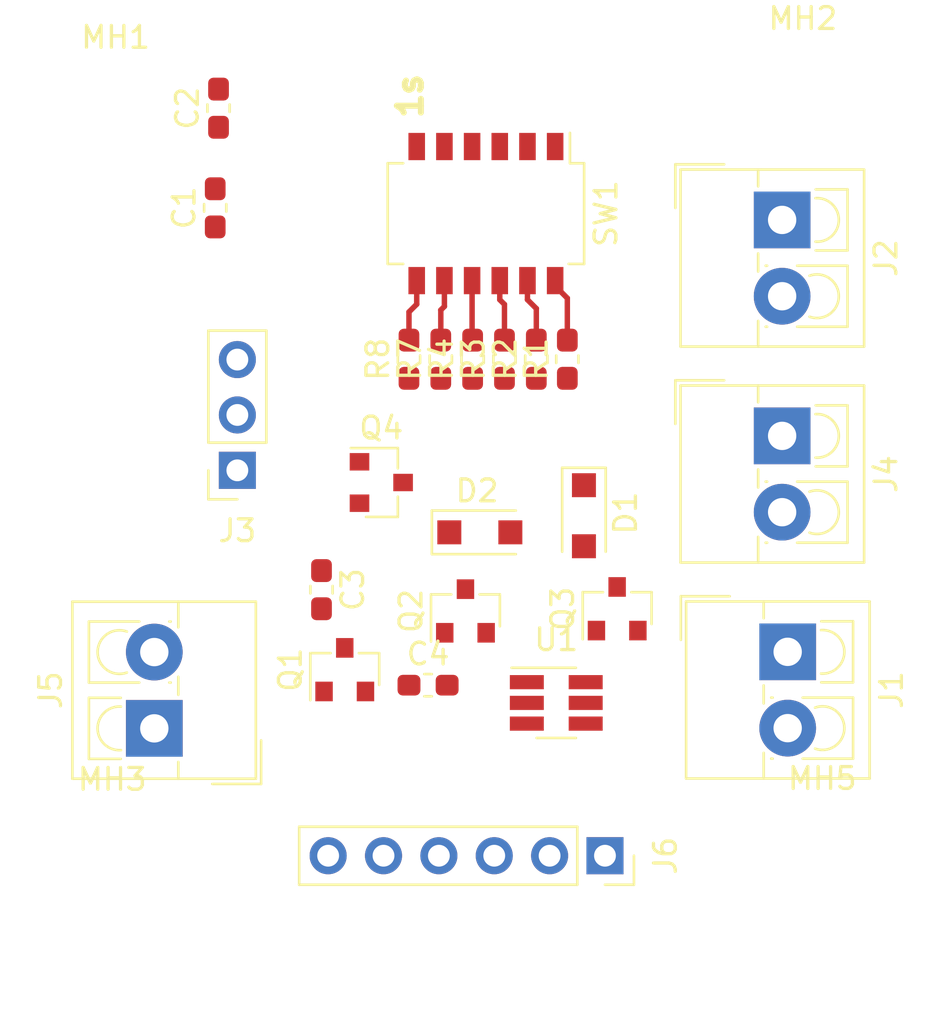
<source format=kicad_pcb>
(kicad_pcb (version 20171130) (host pcbnew 5.0.0-fee4fd1~66~ubuntu18.04.1)

  (general
    (thickness 1.6)
    (drawings 1)
    (tracks 18)
    (zones 0)
    (modules 28)
    (nets 17)
  )

  (page A4)
  (layers
    (0 F.Cu signal)
    (31 B.Cu signal)
    (32 B.Adhes user)
    (33 F.Adhes user)
    (34 B.Paste user)
    (35 F.Paste user)
    (36 B.SilkS user)
    (37 F.SilkS user)
    (38 B.Mask user)
    (39 F.Mask user)
    (40 Dwgs.User user)
    (41 Cmts.User user)
    (42 Eco1.User user)
    (43 Eco2.User user)
    (44 Edge.Cuts user)
    (45 Margin user)
    (46 B.CrtYd user)
    (47 F.CrtYd user)
    (48 B.Fab user)
    (49 F.Fab user)
  )

  (setup
    (last_trace_width 0.25)
    (trace_clearance 0.2)
    (zone_clearance 0.508)
    (zone_45_only no)
    (trace_min 0.2)
    (segment_width 0.2)
    (edge_width 0.1)
    (via_size 0.8)
    (via_drill 0.4)
    (via_min_size 0.4)
    (via_min_drill 0.3)
    (uvia_size 0.3)
    (uvia_drill 0.1)
    (uvias_allowed no)
    (uvia_min_size 0.2)
    (uvia_min_drill 0.1)
    (pcb_text_width 0.3)
    (pcb_text_size 1.5 1.5)
    (mod_edge_width 0.15)
    (mod_text_size 1 1)
    (mod_text_width 0.15)
    (pad_size 1.5 1.5)
    (pad_drill 0.6)
    (pad_to_mask_clearance 0)
    (aux_axis_origin 0 0)
    (visible_elements FFFDF77F)
    (pcbplotparams
      (layerselection 0x010fc_ffffffff)
      (usegerberextensions false)
      (usegerberattributes false)
      (usegerberadvancedattributes false)
      (creategerberjobfile false)
      (excludeedgelayer true)
      (linewidth 0.100000)
      (plotframeref false)
      (viasonmask false)
      (mode 1)
      (useauxorigin false)
      (hpglpennumber 1)
      (hpglpenspeed 20)
      (hpglpendiameter 15.000000)
      (psnegative false)
      (psa4output false)
      (plotreference true)
      (plotvalue true)
      (plotinvisibletext false)
      (padsonsilk false)
      (subtractmaskfromsilk false)
      (outputformat 1)
      (mirror false)
      (drillshape 1)
      (scaleselection 1)
      (outputdirectory ""))
  )

  (net 0 "")
  (net 1 GND)
  (net 2 +VDC)
  (net 3 +3V3)
  (net 4 VDD-SWITCH)
  (net 5 "Net-(R1-Pad2)")
  (net 6 "Net-(R2-Pad2)")
  (net 7 "Net-(R3-Pad2)")
  (net 8 "Net-(R4-Pad2)")
  (net 9 "Net-(Q1-Pad3)")
  (net 10 DONE)
  (net 11 "Net-(R7-Pad2)")
  (net 12 "Net-(R8-Pad2)")
  (net 13 3V3-SWITCH)
  (net 14 SWITCHER)
  (net 15 "Net-(Q3-Pad3)")
  (net 16 DELAY)

  (net_class Default "This is the default net class."
    (clearance 0.2)
    (trace_width 0.25)
    (via_dia 0.8)
    (via_drill 0.4)
    (uvia_dia 0.3)
    (uvia_drill 0.1)
    (add_net +3V3)
    (add_net +VDC)
    (add_net 3V3-SWITCH)
    (add_net DELAY)
    (add_net DONE)
    (add_net GND)
    (add_net "Net-(Q1-Pad3)")
    (add_net "Net-(Q3-Pad3)")
    (add_net "Net-(R1-Pad2)")
    (add_net "Net-(R2-Pad2)")
    (add_net "Net-(R3-Pad2)")
    (add_net "Net-(R4-Pad2)")
    (add_net "Net-(R7-Pad2)")
    (add_net "Net-(R8-Pad2)")
    (add_net SWITCHER)
    (add_net VDD-SWITCH)
  )

  (module TerminalBlock_4Ucon:TerminalBlock_4Ucon_1x02_P3.50mm_Vertical (layer F.Cu) (tedit 5B294E7F) (tstamp 5BC53C86)
    (at 53.594 15.692 270)
    (descr "Terminal Block 4Ucon ItemNo. 10693, vertical (cable from top), 2 pins, pitch 3.5mm, size 8x8.3mm^2, drill diamater 1.3mm, pad diameter 2.6mm, see http://www.4uconnector.com/online/object/4udrawing/10693.pdf, script-generated with , script-generated using https://github.com/pointhi/kicad-footprint-generator/scripts/TerminalBlock_4Ucon")
    (tags "THT Terminal Block 4Ucon ItemNo. 10693 vertical pitch 3.5mm size 8x8.3mm^2 drill 1.3mm pad 2.6mm")
    (path /5BCB424A)
    (fp_text reference J2 (at 1.75 -4.76 270) (layer F.SilkS)
      (effects (font (size 1 1) (thickness 0.15)))
    )
    (fp_text value Screw_Terminal_01x02 (at 1.75 5.66 270) (layer F.Fab)
      (effects (font (size 1 1) (thickness 0.15)))
    )
    (fp_arc (start 0 -1.6) (end 0.998 -1.531) (angle -188) (layer F.SilkS) (width 0.12))
    (fp_arc (start 3.5 -1.6) (end 4.44 -1.258) (angle -220) (layer F.SilkS) (width 0.12))
    (fp_circle (center 0 -1.6) (end 1 -1.6) (layer F.Fab) (width 0.1))
    (fp_circle (center 3.5 -1.6) (end 4.5 -1.6) (layer F.Fab) (width 0.1))
    (fp_line (start -2.25 -3.7) (end 5.75 -3.7) (layer F.Fab) (width 0.1))
    (fp_line (start 5.75 -3.7) (end 5.75 4.6) (layer F.Fab) (width 0.1))
    (fp_line (start 5.75 4.6) (end -0.25 4.6) (layer F.Fab) (width 0.1))
    (fp_line (start -0.25 4.6) (end -2.25 2.6) (layer F.Fab) (width 0.1))
    (fp_line (start -2.25 2.6) (end -2.25 -3.7) (layer F.Fab) (width 0.1))
    (fp_line (start -2.25 1.1) (end 5.75 1.1) (layer F.Fab) (width 0.1))
    (fp_line (start -2.31 1.101) (end -1.54 1.101) (layer F.SilkS) (width 0.12))
    (fp_line (start 1.54 1.101) (end 2.367 1.101) (layer F.SilkS) (width 0.12))
    (fp_line (start 4.634 1.101) (end 5.81 1.101) (layer F.SilkS) (width 0.12))
    (fp_line (start -2.31 -3.76) (end 5.81 -3.76) (layer F.SilkS) (width 0.12))
    (fp_line (start -2.31 4.66) (end 5.81 4.66) (layer F.SilkS) (width 0.12))
    (fp_line (start -2.31 -3.76) (end -2.31 4.66) (layer F.SilkS) (width 0.12))
    (fp_line (start 5.81 -3.76) (end 5.81 4.66) (layer F.SilkS) (width 0.12))
    (fp_line (start -1.4 -3) (end 1.4 -3) (layer F.SilkS) (width 0.12))
    (fp_line (start -1.4 -3) (end -1.4 -1.54) (layer F.SilkS) (width 0.12))
    (fp_line (start 1.4 -3) (end 1.4 -1.54) (layer F.SilkS) (width 0.12))
    (fp_line (start -1.4 -3) (end -1.4 0.75) (layer F.Fab) (width 0.1))
    (fp_line (start -1.4 0.75) (end 1.4 0.75) (layer F.Fab) (width 0.1))
    (fp_line (start 1.4 0.75) (end 1.4 -3) (layer F.Fab) (width 0.1))
    (fp_line (start 1.4 -3) (end -1.4 -3) (layer F.Fab) (width 0.1))
    (fp_line (start 2.1 -3) (end 4.9 -3) (layer F.SilkS) (width 0.12))
    (fp_line (start 2.1 0.75) (end 2.101 0.75) (layer F.SilkS) (width 0.12))
    (fp_line (start 4.9 0.75) (end 4.9 0.75) (layer F.SilkS) (width 0.12))
    (fp_line (start 2.1 -3) (end 2.1 -0.689) (layer F.SilkS) (width 0.12))
    (fp_line (start 2.1 0.689) (end 2.1 0.75) (layer F.SilkS) (width 0.12))
    (fp_line (start 4.9 -3) (end 4.9 -0.689) (layer F.SilkS) (width 0.12))
    (fp_line (start 4.9 0.689) (end 4.9 0.75) (layer F.SilkS) (width 0.12))
    (fp_line (start 2.1 -3) (end 2.1 0.75) (layer F.Fab) (width 0.1))
    (fp_line (start 2.1 0.75) (end 4.9 0.75) (layer F.Fab) (width 0.1))
    (fp_line (start 4.9 0.75) (end 4.9 -3) (layer F.Fab) (width 0.1))
    (fp_line (start 4.9 -3) (end 2.1 -3) (layer F.Fab) (width 0.1))
    (fp_line (start -2.55 2.66) (end -2.55 4.9) (layer F.SilkS) (width 0.12))
    (fp_line (start -2.55 4.9) (end -0.55 4.9) (layer F.SilkS) (width 0.12))
    (fp_line (start -2.75 -4.2) (end -2.75 5.11) (layer F.CrtYd) (width 0.05))
    (fp_line (start -2.75 5.11) (end 6.25 5.11) (layer F.CrtYd) (width 0.05))
    (fp_line (start 6.25 5.11) (end 6.25 -4.2) (layer F.CrtYd) (width 0.05))
    (fp_line (start 6.25 -4.2) (end -2.75 -4.2) (layer F.CrtYd) (width 0.05))
    (fp_text user %R (at 1.75 3.45 270) (layer F.Fab)
      (effects (font (size 1 1) (thickness 0.15)))
    )
    (pad 1 thru_hole rect (at 0 0 270) (size 2.6 2.6) (drill 1.3) (layers *.Cu *.Mask)
      (net 4 VDD-SWITCH))
    (pad 2 thru_hole circle (at 3.5 0 270) (size 2.6 2.6) (drill 1.3) (layers *.Cu *.Mask)
      (net 1 GND))
    (model ${KISYS3DMOD}/TerminalBlock_4Ucon.3dshapes/TerminalBlock_4Ucon_1x02_P3.50mm_Vertical.wrl
      (at (xyz 0 0 0))
      (scale (xyz 1 1 1))
      (rotate (xyz 0 0 0))
    )
  )

  (module Connector_PinSocket_2.54mm:PinSocket_1x03_P2.54mm_Vertical (layer F.Cu) (tedit 5A19A429) (tstamp 5BD192F3)
    (at 28.6004 27.178 180)
    (descr "Through hole straight socket strip, 1x03, 2.54mm pitch, single row (from Kicad 4.0.7), script generated")
    (tags "Through hole socket strip THT 1x03 2.54mm single row")
    (path /5BC0FC4D)
    (fp_text reference J3 (at 0 -2.77 180) (layer F.SilkS)
      (effects (font (size 1 1) (thickness 0.15)))
    )
    (fp_text value sreg (at 0 7.85 180) (layer F.Fab)
      (effects (font (size 1 1) (thickness 0.15)))
    )
    (fp_text user %R (at 0 2.54 270) (layer F.Fab)
      (effects (font (size 1 1) (thickness 0.15)))
    )
    (fp_line (start -1.8 6.85) (end -1.8 -1.8) (layer F.CrtYd) (width 0.05))
    (fp_line (start 1.75 6.85) (end -1.8 6.85) (layer F.CrtYd) (width 0.05))
    (fp_line (start 1.75 -1.8) (end 1.75 6.85) (layer F.CrtYd) (width 0.05))
    (fp_line (start -1.8 -1.8) (end 1.75 -1.8) (layer F.CrtYd) (width 0.05))
    (fp_line (start 0 -1.33) (end 1.33 -1.33) (layer F.SilkS) (width 0.12))
    (fp_line (start 1.33 -1.33) (end 1.33 0) (layer F.SilkS) (width 0.12))
    (fp_line (start 1.33 1.27) (end 1.33 6.41) (layer F.SilkS) (width 0.12))
    (fp_line (start -1.33 6.41) (end 1.33 6.41) (layer F.SilkS) (width 0.12))
    (fp_line (start -1.33 1.27) (end -1.33 6.41) (layer F.SilkS) (width 0.12))
    (fp_line (start -1.33 1.27) (end 1.33 1.27) (layer F.SilkS) (width 0.12))
    (fp_line (start -1.27 6.35) (end -1.27 -1.27) (layer F.Fab) (width 0.1))
    (fp_line (start 1.27 6.35) (end -1.27 6.35) (layer F.Fab) (width 0.1))
    (fp_line (start 1.27 -0.635) (end 1.27 6.35) (layer F.Fab) (width 0.1))
    (fp_line (start 0.635 -1.27) (end 1.27 -0.635) (layer F.Fab) (width 0.1))
    (fp_line (start -1.27 -1.27) (end 0.635 -1.27) (layer F.Fab) (width 0.1))
    (pad 3 thru_hole oval (at 0 5.08 180) (size 1.7 1.7) (drill 1) (layers *.Cu *.Mask)
      (net 3 +3V3))
    (pad 2 thru_hole oval (at 0 2.54 180) (size 1.7 1.7) (drill 1) (layers *.Cu *.Mask)
      (net 1 GND))
    (pad 1 thru_hole rect (at 0 0 180) (size 1.7 1.7) (drill 1) (layers *.Cu *.Mask)
      (net 2 +VDC))
    (model ${KISYS3DMOD}/Connector_PinSocket_2.54mm.3dshapes/PinSocket_1x03_P2.54mm_Vertical.wrl
      (at (xyz 0 0 0))
      (scale (xyz 1 1 1))
      (rotate (xyz 0 0 0))
    )
  )

  (module Package_TO_SOT_SMD:SOT-23 (layer F.Cu) (tedit 5A02FF57) (tstamp 5BC54AA6)
    (at 46.0248 33.528 90)
    (descr "SOT-23, Standard")
    (tags SOT-23)
    (path /5BCBE739)
    (attr smd)
    (fp_text reference Q3 (at 0 -2.5 90) (layer F.SilkS)
      (effects (font (size 1 1) (thickness 0.15)))
    )
    (fp_text value DMP2045U (at 0 2.5 90) (layer F.Fab)
      (effects (font (size 1 1) (thickness 0.15)))
    )
    (fp_line (start 0.76 1.58) (end -0.7 1.58) (layer F.SilkS) (width 0.12))
    (fp_line (start 0.76 -1.58) (end -1.4 -1.58) (layer F.SilkS) (width 0.12))
    (fp_line (start -1.7 1.75) (end -1.7 -1.75) (layer F.CrtYd) (width 0.05))
    (fp_line (start 1.7 1.75) (end -1.7 1.75) (layer F.CrtYd) (width 0.05))
    (fp_line (start 1.7 -1.75) (end 1.7 1.75) (layer F.CrtYd) (width 0.05))
    (fp_line (start -1.7 -1.75) (end 1.7 -1.75) (layer F.CrtYd) (width 0.05))
    (fp_line (start 0.76 -1.58) (end 0.76 -0.65) (layer F.SilkS) (width 0.12))
    (fp_line (start 0.76 1.58) (end 0.76 0.65) (layer F.SilkS) (width 0.12))
    (fp_line (start -0.7 1.52) (end 0.7 1.52) (layer F.Fab) (width 0.1))
    (fp_line (start 0.7 -1.52) (end 0.7 1.52) (layer F.Fab) (width 0.1))
    (fp_line (start -0.7 -0.95) (end -0.15 -1.52) (layer F.Fab) (width 0.1))
    (fp_line (start -0.15 -1.52) (end 0.7 -1.52) (layer F.Fab) (width 0.1))
    (fp_line (start -0.7 -0.95) (end -0.7 1.5) (layer F.Fab) (width 0.1))
    (fp_text user %R (at 0 0 180) (layer F.Fab)
      (effects (font (size 0.5 0.5) (thickness 0.075)))
    )
    (pad 3 smd rect (at 1 0 90) (size 0.9 0.8) (layers F.Cu F.Paste F.Mask)
      (net 15 "Net-(Q3-Pad3)"))
    (pad 2 smd rect (at -1 0.95 90) (size 0.9 0.8) (layers F.Cu F.Paste F.Mask)
      (net 3 +3V3))
    (pad 1 smd rect (at -1 -0.95 90) (size 0.9 0.8) (layers F.Cu F.Paste F.Mask)
      (net 14 SWITCHER))
    (model ${KISYS3DMOD}/Package_TO_SOT_SMD.3dshapes/SOT-23.wrl
      (at (xyz 0 0 0))
      (scale (xyz 1 1 1))
      (rotate (xyz 0 0 0))
    )
  )

  (module Package_TO_SOT_SMD:SOT-23 (layer F.Cu) (tedit 5A02FF57) (tstamp 5BD194E6)
    (at 33.528 36.322 90)
    (descr "SOT-23, Standard")
    (tags SOT-23)
    (path /5BC5B876)
    (attr smd)
    (fp_text reference Q1 (at 0 -2.5 90) (layer F.SilkS)
      (effects (font (size 1 1) (thickness 0.15)))
    )
    (fp_text value DMP2045U (at 0 2.5 90) (layer F.Fab)
      (effects (font (size 1 1) (thickness 0.15)))
    )
    (fp_text user %R (at 0 0 270) (layer F.Fab)
      (effects (font (size 0.5 0.5) (thickness 0.075)))
    )
    (fp_line (start -0.7 -0.95) (end -0.7 1.5) (layer F.Fab) (width 0.1))
    (fp_line (start -0.15 -1.52) (end 0.7 -1.52) (layer F.Fab) (width 0.1))
    (fp_line (start -0.7 -0.95) (end -0.15 -1.52) (layer F.Fab) (width 0.1))
    (fp_line (start 0.7 -1.52) (end 0.7 1.52) (layer F.Fab) (width 0.1))
    (fp_line (start -0.7 1.52) (end 0.7 1.52) (layer F.Fab) (width 0.1))
    (fp_line (start 0.76 1.58) (end 0.76 0.65) (layer F.SilkS) (width 0.12))
    (fp_line (start 0.76 -1.58) (end 0.76 -0.65) (layer F.SilkS) (width 0.12))
    (fp_line (start -1.7 -1.75) (end 1.7 -1.75) (layer F.CrtYd) (width 0.05))
    (fp_line (start 1.7 -1.75) (end 1.7 1.75) (layer F.CrtYd) (width 0.05))
    (fp_line (start 1.7 1.75) (end -1.7 1.75) (layer F.CrtYd) (width 0.05))
    (fp_line (start -1.7 1.75) (end -1.7 -1.75) (layer F.CrtYd) (width 0.05))
    (fp_line (start 0.76 -1.58) (end -1.4 -1.58) (layer F.SilkS) (width 0.12))
    (fp_line (start 0.76 1.58) (end -0.7 1.58) (layer F.SilkS) (width 0.12))
    (pad 1 smd rect (at -1 -0.95 90) (size 0.9 0.8) (layers F.Cu F.Paste F.Mask)
      (net 14 SWITCHER))
    (pad 2 smd rect (at -1 0.95 90) (size 0.9 0.8) (layers F.Cu F.Paste F.Mask)
      (net 2 +VDC))
    (pad 3 smd rect (at 1 0 90) (size 0.9 0.8) (layers F.Cu F.Paste F.Mask)
      (net 9 "Net-(Q1-Pad3)"))
    (model ${KISYS3DMOD}/Package_TO_SOT_SMD.3dshapes/SOT-23.wrl
      (at (xyz 0 0 0))
      (scale (xyz 1 1 1))
      (rotate (xyz 0 0 0))
    )
  )

  (module Package_TO_SOT_SMD:SOT-23 (layer F.Cu) (tedit 5A02FF57) (tstamp 5BD19588)
    (at 39.0652 33.6296 90)
    (descr "SOT-23, Standard")
    (tags SOT-23)
    (path /5BC5B81C)
    (attr smd)
    (fp_text reference Q2 (at 0 -2.5 90) (layer F.SilkS)
      (effects (font (size 1 1) (thickness 0.15)))
    )
    (fp_text value DMP2045U (at 0 2.5 90) (layer F.Fab)
      (effects (font (size 1 1) (thickness 0.15)))
    )
    (fp_line (start 0.76 1.58) (end -0.7 1.58) (layer F.SilkS) (width 0.12))
    (fp_line (start 0.76 -1.58) (end -1.4 -1.58) (layer F.SilkS) (width 0.12))
    (fp_line (start -1.7 1.75) (end -1.7 -1.75) (layer F.CrtYd) (width 0.05))
    (fp_line (start 1.7 1.75) (end -1.7 1.75) (layer F.CrtYd) (width 0.05))
    (fp_line (start 1.7 -1.75) (end 1.7 1.75) (layer F.CrtYd) (width 0.05))
    (fp_line (start -1.7 -1.75) (end 1.7 -1.75) (layer F.CrtYd) (width 0.05))
    (fp_line (start 0.76 -1.58) (end 0.76 -0.65) (layer F.SilkS) (width 0.12))
    (fp_line (start 0.76 1.58) (end 0.76 0.65) (layer F.SilkS) (width 0.12))
    (fp_line (start -0.7 1.52) (end 0.7 1.52) (layer F.Fab) (width 0.1))
    (fp_line (start 0.7 -1.52) (end 0.7 1.52) (layer F.Fab) (width 0.1))
    (fp_line (start -0.7 -0.95) (end -0.15 -1.52) (layer F.Fab) (width 0.1))
    (fp_line (start -0.15 -1.52) (end 0.7 -1.52) (layer F.Fab) (width 0.1))
    (fp_line (start -0.7 -0.95) (end -0.7 1.5) (layer F.Fab) (width 0.1))
    (fp_text user %R (at 0 0 180) (layer F.Fab)
      (effects (font (size 0.5 0.5) (thickness 0.075)))
    )
    (pad 3 smd rect (at 1 0 90) (size 0.9 0.8) (layers F.Cu F.Paste F.Mask)
      (net 9 "Net-(Q1-Pad3)"))
    (pad 2 smd rect (at -1 0.95 90) (size 0.9 0.8) (layers F.Cu F.Paste F.Mask)
      (net 4 VDD-SWITCH))
    (pad 1 smd rect (at -1 -0.95 90) (size 0.9 0.8) (layers F.Cu F.Paste F.Mask)
      (net 14 SWITCHER))
    (model ${KISYS3DMOD}/Package_TO_SOT_SMD.3dshapes/SOT-23.wrl
      (at (xyz 0 0 0))
      (scale (xyz 1 1 1))
      (rotate (xyz 0 0 0))
    )
  )

  (module Capacitor_SMD:C_0603_1608Metric_Pad1.05x0.95mm_HandSolder (layer F.Cu) (tedit 5B301BBE) (tstamp 5BD190BC)
    (at 27.5844 15.1384 90)
    (descr "Capacitor SMD 0603 (1608 Metric), square (rectangular) end terminal, IPC_7351 nominal with elongated pad for handsoldering. (Body size source: http://www.tortai-tech.com/upload/download/2011102023233369053.pdf), generated with kicad-footprint-generator")
    (tags "capacitor handsolder")
    (path /5BC10FBE)
    (attr smd)
    (fp_text reference C1 (at 0 -1.43 90) (layer F.SilkS)
      (effects (font (size 1 1) (thickness 0.15)))
    )
    (fp_text value CP (at 0 1.43 90) (layer F.Fab)
      (effects (font (size 1 1) (thickness 0.15)))
    )
    (fp_line (start -0.8 0.4) (end -0.8 -0.4) (layer F.Fab) (width 0.1))
    (fp_line (start -0.8 -0.4) (end 0.8 -0.4) (layer F.Fab) (width 0.1))
    (fp_line (start 0.8 -0.4) (end 0.8 0.4) (layer F.Fab) (width 0.1))
    (fp_line (start 0.8 0.4) (end -0.8 0.4) (layer F.Fab) (width 0.1))
    (fp_line (start -0.171267 -0.51) (end 0.171267 -0.51) (layer F.SilkS) (width 0.12))
    (fp_line (start -0.171267 0.51) (end 0.171267 0.51) (layer F.SilkS) (width 0.12))
    (fp_line (start -1.65 0.73) (end -1.65 -0.73) (layer F.CrtYd) (width 0.05))
    (fp_line (start -1.65 -0.73) (end 1.65 -0.73) (layer F.CrtYd) (width 0.05))
    (fp_line (start 1.65 -0.73) (end 1.65 0.73) (layer F.CrtYd) (width 0.05))
    (fp_line (start 1.65 0.73) (end -1.65 0.73) (layer F.CrtYd) (width 0.05))
    (fp_text user %R (at 0 0 90) (layer F.Fab)
      (effects (font (size 0.4 0.4) (thickness 0.06)))
    )
    (pad 1 smd roundrect (at -0.875 0 90) (size 1.05 0.95) (layers F.Cu F.Paste F.Mask) (roundrect_rratio 0.25)
      (net 2 +VDC))
    (pad 2 smd roundrect (at 0.875 0 90) (size 1.05 0.95) (layers F.Cu F.Paste F.Mask) (roundrect_rratio 0.25)
      (net 1 GND))
    (model ${KISYS3DMOD}/Capacitor_SMD.3dshapes/C_0603_1608Metric.wrl
      (at (xyz 0 0 0))
      (scale (xyz 1 1 1))
      (rotate (xyz 0 0 0))
    )
  )

  (module Capacitor_SMD:C_0603_1608Metric_Pad1.05x0.95mm_HandSolder (layer F.Cu) (tedit 5B301BBE) (tstamp 5BEA0008)
    (at 27.7368 10.5664 90)
    (descr "Capacitor SMD 0603 (1608 Metric), square (rectangular) end terminal, IPC_7351 nominal with elongated pad for handsoldering. (Body size source: http://www.tortai-tech.com/upload/download/2011102023233369053.pdf), generated with kicad-footprint-generator")
    (tags "capacitor handsolder")
    (path /5BC11016)
    (attr smd)
    (fp_text reference C2 (at 0 -1.43 90) (layer F.SilkS)
      (effects (font (size 1 1) (thickness 0.15)))
    )
    (fp_text value CP (at 0 1.43 90) (layer F.Fab)
      (effects (font (size 1 1) (thickness 0.15)))
    )
    (fp_text user %R (at 0 0 90) (layer F.Fab)
      (effects (font (size 0.4 0.4) (thickness 0.06)))
    )
    (fp_line (start 1.65 0.73) (end -1.65 0.73) (layer F.CrtYd) (width 0.05))
    (fp_line (start 1.65 -0.73) (end 1.65 0.73) (layer F.CrtYd) (width 0.05))
    (fp_line (start -1.65 -0.73) (end 1.65 -0.73) (layer F.CrtYd) (width 0.05))
    (fp_line (start -1.65 0.73) (end -1.65 -0.73) (layer F.CrtYd) (width 0.05))
    (fp_line (start -0.171267 0.51) (end 0.171267 0.51) (layer F.SilkS) (width 0.12))
    (fp_line (start -0.171267 -0.51) (end 0.171267 -0.51) (layer F.SilkS) (width 0.12))
    (fp_line (start 0.8 0.4) (end -0.8 0.4) (layer F.Fab) (width 0.1))
    (fp_line (start 0.8 -0.4) (end 0.8 0.4) (layer F.Fab) (width 0.1))
    (fp_line (start -0.8 -0.4) (end 0.8 -0.4) (layer F.Fab) (width 0.1))
    (fp_line (start -0.8 0.4) (end -0.8 -0.4) (layer F.Fab) (width 0.1))
    (pad 2 smd roundrect (at 0.875 0 90) (size 1.05 0.95) (layers F.Cu F.Paste F.Mask) (roundrect_rratio 0.25)
      (net 1 GND))
    (pad 1 smd roundrect (at -0.875 0 90) (size 1.05 0.95) (layers F.Cu F.Paste F.Mask) (roundrect_rratio 0.25)
      (net 3 +3V3))
    (model ${KISYS3DMOD}/Capacitor_SMD.3dshapes/C_0603_1608Metric.wrl
      (at (xyz 0 0 0))
      (scale (xyz 1 1 1))
      (rotate (xyz 0 0 0))
    )
  )

  (module Capacitor_SMD:C_0603_1608Metric_Pad1.05x0.95mm_HandSolder (layer F.Cu) (tedit 5B301BBE) (tstamp 5BD1973D)
    (at 32.4612 32.653 270)
    (descr "Capacitor SMD 0603 (1608 Metric), square (rectangular) end terminal, IPC_7351 nominal with elongated pad for handsoldering. (Body size source: http://www.tortai-tech.com/upload/download/2011102023233369053.pdf), generated with kicad-footprint-generator")
    (tags "capacitor handsolder")
    (path /5BC03BBA)
    (attr smd)
    (fp_text reference C3 (at 0 -1.43 270) (layer F.SilkS)
      (effects (font (size 1 1) (thickness 0.15)))
    )
    (fp_text value CP (at 0 1.43 270) (layer F.Fab)
      (effects (font (size 1 1) (thickness 0.15)))
    )
    (fp_text user %R (at 0 0 270) (layer F.Fab)
      (effects (font (size 0.4 0.4) (thickness 0.06)))
    )
    (fp_line (start 1.65 0.73) (end -1.65 0.73) (layer F.CrtYd) (width 0.05))
    (fp_line (start 1.65 -0.73) (end 1.65 0.73) (layer F.CrtYd) (width 0.05))
    (fp_line (start -1.65 -0.73) (end 1.65 -0.73) (layer F.CrtYd) (width 0.05))
    (fp_line (start -1.65 0.73) (end -1.65 -0.73) (layer F.CrtYd) (width 0.05))
    (fp_line (start -0.171267 0.51) (end 0.171267 0.51) (layer F.SilkS) (width 0.12))
    (fp_line (start -0.171267 -0.51) (end 0.171267 -0.51) (layer F.SilkS) (width 0.12))
    (fp_line (start 0.8 0.4) (end -0.8 0.4) (layer F.Fab) (width 0.1))
    (fp_line (start 0.8 -0.4) (end 0.8 0.4) (layer F.Fab) (width 0.1))
    (fp_line (start -0.8 -0.4) (end 0.8 -0.4) (layer F.Fab) (width 0.1))
    (fp_line (start -0.8 0.4) (end -0.8 -0.4) (layer F.Fab) (width 0.1))
    (pad 2 smd roundrect (at 0.875 0 270) (size 1.05 0.95) (layers F.Cu F.Paste F.Mask) (roundrect_rratio 0.25)
      (net 1 GND))
    (pad 1 smd roundrect (at -0.875 0 270) (size 1.05 0.95) (layers F.Cu F.Paste F.Mask) (roundrect_rratio 0.25)
      (net 4 VDD-SWITCH))
    (model ${KISYS3DMOD}/Capacitor_SMD.3dshapes/C_0603_1608Metric.wrl
      (at (xyz 0 0 0))
      (scale (xyz 1 1 1))
      (rotate (xyz 0 0 0))
    )
  )

  (module Diode_SMD:D_SOD-123F (layer F.Cu) (tedit 587F7769) (tstamp 5BD185C9)
    (at 44.5008 29.2608 270)
    (descr D_SOD-123F)
    (tags D_SOD-123F)
    (path /5BBFBB02)
    (attr smd)
    (fp_text reference D1 (at -0.127 -1.905 270) (layer F.SilkS)
      (effects (font (size 1 1) (thickness 0.15)))
    )
    (fp_text value D (at 0 2.1 270) (layer F.Fab)
      (effects (font (size 1 1) (thickness 0.15)))
    )
    (fp_line (start -2.2 -1) (end 1.65 -1) (layer F.SilkS) (width 0.12))
    (fp_line (start -2.2 1) (end 1.65 1) (layer F.SilkS) (width 0.12))
    (fp_line (start -2.2 -1.15) (end -2.2 1.15) (layer F.CrtYd) (width 0.05))
    (fp_line (start 2.2 1.15) (end -2.2 1.15) (layer F.CrtYd) (width 0.05))
    (fp_line (start 2.2 -1.15) (end 2.2 1.15) (layer F.CrtYd) (width 0.05))
    (fp_line (start -2.2 -1.15) (end 2.2 -1.15) (layer F.CrtYd) (width 0.05))
    (fp_line (start -1.4 -0.9) (end 1.4 -0.9) (layer F.Fab) (width 0.1))
    (fp_line (start 1.4 -0.9) (end 1.4 0.9) (layer F.Fab) (width 0.1))
    (fp_line (start 1.4 0.9) (end -1.4 0.9) (layer F.Fab) (width 0.1))
    (fp_line (start -1.4 0.9) (end -1.4 -0.9) (layer F.Fab) (width 0.1))
    (fp_line (start -0.75 0) (end -0.35 0) (layer F.Fab) (width 0.1))
    (fp_line (start -0.35 0) (end -0.35 -0.55) (layer F.Fab) (width 0.1))
    (fp_line (start -0.35 0) (end -0.35 0.55) (layer F.Fab) (width 0.1))
    (fp_line (start -0.35 0) (end 0.25 -0.4) (layer F.Fab) (width 0.1))
    (fp_line (start 0.25 -0.4) (end 0.25 0.4) (layer F.Fab) (width 0.1))
    (fp_line (start 0.25 0.4) (end -0.35 0) (layer F.Fab) (width 0.1))
    (fp_line (start 0.25 0) (end 0.75 0) (layer F.Fab) (width 0.1))
    (fp_line (start -2.2 -1) (end -2.2 1) (layer F.SilkS) (width 0.12))
    (fp_text user %R (at -0.127 -1.905 270) (layer F.Fab)
      (effects (font (size 1 1) (thickness 0.15)))
    )
    (pad 2 smd rect (at 1.4 0 270) (size 1.1 1.1) (layers F.Cu F.Paste F.Mask)
      (net 1 GND))
    (pad 1 smd rect (at -1.4 0 270) (size 1.1 1.1) (layers F.Cu F.Paste F.Mask)
      (net 4 VDD-SWITCH))
    (model ${KISYS3DMOD}/Diode_SMD.3dshapes/D_SOD-123F.wrl
      (at (xyz 0 0 0))
      (scale (xyz 1 1 1))
      (rotate (xyz 0 0 0))
    )
  )

  (module Resistor_SMD:R_0603_1608Metric_Pad1.05x0.95mm_HandSolder (layer F.Cu) (tedit 5B301BBD) (tstamp 5BD185E1)
    (at 43.7388 22.081238 90)
    (descr "Resistor SMD 0603 (1608 Metric), square (rectangular) end terminal, IPC_7351 nominal with elongated pad for handsoldering. (Body size source: http://www.tortai-tech.com/upload/download/2011102023233369053.pdf), generated with kicad-footprint-generator")
    (tags "resistor handsolder")
    (path /5BC2264F)
    (attr smd)
    (fp_text reference R1 (at 0 -1.43 90) (layer F.SilkS)
      (effects (font (size 1 1) (thickness 0.15)))
    )
    (fp_text value RD1 (at 0 1.43 90) (layer F.Fab)
      (effects (font (size 1 1) (thickness 0.15)))
    )
    (fp_text user %R (at 0 0 90) (layer F.Fab)
      (effects (font (size 0.4 0.4) (thickness 0.06)))
    )
    (fp_line (start 1.65 0.73) (end -1.65 0.73) (layer F.CrtYd) (width 0.05))
    (fp_line (start 1.65 -0.73) (end 1.65 0.73) (layer F.CrtYd) (width 0.05))
    (fp_line (start -1.65 -0.73) (end 1.65 -0.73) (layer F.CrtYd) (width 0.05))
    (fp_line (start -1.65 0.73) (end -1.65 -0.73) (layer F.CrtYd) (width 0.05))
    (fp_line (start -0.171267 0.51) (end 0.171267 0.51) (layer F.SilkS) (width 0.12))
    (fp_line (start -0.171267 -0.51) (end 0.171267 -0.51) (layer F.SilkS) (width 0.12))
    (fp_line (start 0.8 0.4) (end -0.8 0.4) (layer F.Fab) (width 0.1))
    (fp_line (start 0.8 -0.4) (end 0.8 0.4) (layer F.Fab) (width 0.1))
    (fp_line (start -0.8 -0.4) (end 0.8 -0.4) (layer F.Fab) (width 0.1))
    (fp_line (start -0.8 0.4) (end -0.8 -0.4) (layer F.Fab) (width 0.1))
    (pad 2 smd roundrect (at 0.875 0 90) (size 1.05 0.95) (layers F.Cu F.Paste F.Mask) (roundrect_rratio 0.25)
      (net 5 "Net-(R1-Pad2)"))
    (pad 1 smd roundrect (at -0.875 0 90) (size 1.05 0.95) (layers F.Cu F.Paste F.Mask) (roundrect_rratio 0.25)
      (net 1 GND))
    (model ${KISYS3DMOD}/Resistor_SMD.3dshapes/R_0603_1608Metric.wrl
      (at (xyz 0 0 0))
      (scale (xyz 1 1 1))
      (rotate (xyz 0 0 0))
    )
  )

  (module Resistor_SMD:R_0603_1608Metric_Pad1.05x0.95mm_HandSolder (layer F.Cu) (tedit 5B301BBD) (tstamp 5BD185F1)
    (at 42.315796 22.081238 90)
    (descr "Resistor SMD 0603 (1608 Metric), square (rectangular) end terminal, IPC_7351 nominal with elongated pad for handsoldering. (Body size source: http://www.tortai-tech.com/upload/download/2011102023233369053.pdf), generated with kicad-footprint-generator")
    (tags "resistor handsolder")
    (path /5BC23052)
    (attr smd)
    (fp_text reference R2 (at 0 -1.43 90) (layer F.SilkS)
      (effects (font (size 1 1) (thickness 0.15)))
    )
    (fp_text value RD2 (at 0 1.43 90) (layer F.Fab)
      (effects (font (size 1 1) (thickness 0.15)))
    )
    (fp_line (start -0.8 0.4) (end -0.8 -0.4) (layer F.Fab) (width 0.1))
    (fp_line (start -0.8 -0.4) (end 0.8 -0.4) (layer F.Fab) (width 0.1))
    (fp_line (start 0.8 -0.4) (end 0.8 0.4) (layer F.Fab) (width 0.1))
    (fp_line (start 0.8 0.4) (end -0.8 0.4) (layer F.Fab) (width 0.1))
    (fp_line (start -0.171267 -0.51) (end 0.171267 -0.51) (layer F.SilkS) (width 0.12))
    (fp_line (start -0.171267 0.51) (end 0.171267 0.51) (layer F.SilkS) (width 0.12))
    (fp_line (start -1.65 0.73) (end -1.65 -0.73) (layer F.CrtYd) (width 0.05))
    (fp_line (start -1.65 -0.73) (end 1.65 -0.73) (layer F.CrtYd) (width 0.05))
    (fp_line (start 1.65 -0.73) (end 1.65 0.73) (layer F.CrtYd) (width 0.05))
    (fp_line (start 1.65 0.73) (end -1.65 0.73) (layer F.CrtYd) (width 0.05))
    (fp_text user %R (at 0 0 90) (layer F.Fab)
      (effects (font (size 0.4 0.4) (thickness 0.06)))
    )
    (pad 1 smd roundrect (at -0.875 0 90) (size 1.05 0.95) (layers F.Cu F.Paste F.Mask) (roundrect_rratio 0.25)
      (net 1 GND))
    (pad 2 smd roundrect (at 0.875 0 90) (size 1.05 0.95) (layers F.Cu F.Paste F.Mask) (roundrect_rratio 0.25)
      (net 6 "Net-(R2-Pad2)"))
    (model ${KISYS3DMOD}/Resistor_SMD.3dshapes/R_0603_1608Metric.wrl
      (at (xyz 0 0 0))
      (scale (xyz 1 1 1))
      (rotate (xyz 0 0 0))
    )
  )

  (module Resistor_SMD:R_0603_1608Metric_Pad1.05x0.95mm_HandSolder (layer F.Cu) (tedit 5B301BBD) (tstamp 5BD18601)
    (at 40.855296 22.081238 90)
    (descr "Resistor SMD 0603 (1608 Metric), square (rectangular) end terminal, IPC_7351 nominal with elongated pad for handsoldering. (Body size source: http://www.tortai-tech.com/upload/download/2011102023233369053.pdf), generated with kicad-footprint-generator")
    (tags "resistor handsolder")
    (path /5BC23092)
    (attr smd)
    (fp_text reference R3 (at 0 -1.43 90) (layer F.SilkS)
      (effects (font (size 1 1) (thickness 0.15)))
    )
    (fp_text value RD3 (at 0 1.43 90) (layer F.Fab)
      (effects (font (size 1 1) (thickness 0.15)))
    )
    (fp_text user %R (at 0 0 90) (layer F.Fab)
      (effects (font (size 0.4 0.4) (thickness 0.06)))
    )
    (fp_line (start 1.65 0.73) (end -1.65 0.73) (layer F.CrtYd) (width 0.05))
    (fp_line (start 1.65 -0.73) (end 1.65 0.73) (layer F.CrtYd) (width 0.05))
    (fp_line (start -1.65 -0.73) (end 1.65 -0.73) (layer F.CrtYd) (width 0.05))
    (fp_line (start -1.65 0.73) (end -1.65 -0.73) (layer F.CrtYd) (width 0.05))
    (fp_line (start -0.171267 0.51) (end 0.171267 0.51) (layer F.SilkS) (width 0.12))
    (fp_line (start -0.171267 -0.51) (end 0.171267 -0.51) (layer F.SilkS) (width 0.12))
    (fp_line (start 0.8 0.4) (end -0.8 0.4) (layer F.Fab) (width 0.1))
    (fp_line (start 0.8 -0.4) (end 0.8 0.4) (layer F.Fab) (width 0.1))
    (fp_line (start -0.8 -0.4) (end 0.8 -0.4) (layer F.Fab) (width 0.1))
    (fp_line (start -0.8 0.4) (end -0.8 -0.4) (layer F.Fab) (width 0.1))
    (pad 2 smd roundrect (at 0.875 0 90) (size 1.05 0.95) (layers F.Cu F.Paste F.Mask) (roundrect_rratio 0.25)
      (net 7 "Net-(R3-Pad2)"))
    (pad 1 smd roundrect (at -0.875 0 90) (size 1.05 0.95) (layers F.Cu F.Paste F.Mask) (roundrect_rratio 0.25)
      (net 1 GND))
    (model ${KISYS3DMOD}/Resistor_SMD.3dshapes/R_0603_1608Metric.wrl
      (at (xyz 0 0 0))
      (scale (xyz 1 1 1))
      (rotate (xyz 0 0 0))
    )
  )

  (module Resistor_SMD:R_0603_1608Metric_Pad1.05x0.95mm_HandSolder (layer F.Cu) (tedit 5B301BBD) (tstamp 5BD18611)
    (at 39.394796 22.081238 90)
    (descr "Resistor SMD 0603 (1608 Metric), square (rectangular) end terminal, IPC_7351 nominal with elongated pad for handsoldering. (Body size source: http://www.tortai-tech.com/upload/download/2011102023233369053.pdf), generated with kicad-footprint-generator")
    (tags "resistor handsolder")
    (path /5BC230CC)
    (attr smd)
    (fp_text reference R4 (at 0 -1.43 90) (layer F.SilkS)
      (effects (font (size 1 1) (thickness 0.15)))
    )
    (fp_text value RD4 (at 0 1.43 90) (layer F.Fab)
      (effects (font (size 1 1) (thickness 0.15)))
    )
    (fp_line (start -0.8 0.4) (end -0.8 -0.4) (layer F.Fab) (width 0.1))
    (fp_line (start -0.8 -0.4) (end 0.8 -0.4) (layer F.Fab) (width 0.1))
    (fp_line (start 0.8 -0.4) (end 0.8 0.4) (layer F.Fab) (width 0.1))
    (fp_line (start 0.8 0.4) (end -0.8 0.4) (layer F.Fab) (width 0.1))
    (fp_line (start -0.171267 -0.51) (end 0.171267 -0.51) (layer F.SilkS) (width 0.12))
    (fp_line (start -0.171267 0.51) (end 0.171267 0.51) (layer F.SilkS) (width 0.12))
    (fp_line (start -1.65 0.73) (end -1.65 -0.73) (layer F.CrtYd) (width 0.05))
    (fp_line (start -1.65 -0.73) (end 1.65 -0.73) (layer F.CrtYd) (width 0.05))
    (fp_line (start 1.65 -0.73) (end 1.65 0.73) (layer F.CrtYd) (width 0.05))
    (fp_line (start 1.65 0.73) (end -1.65 0.73) (layer F.CrtYd) (width 0.05))
    (fp_text user %R (at 0 0 90) (layer F.Fab)
      (effects (font (size 0.4 0.4) (thickness 0.06)))
    )
    (pad 1 smd roundrect (at -0.875 0 90) (size 1.05 0.95) (layers F.Cu F.Paste F.Mask) (roundrect_rratio 0.25)
      (net 1 GND))
    (pad 2 smd roundrect (at 0.875 0 90) (size 1.05 0.95) (layers F.Cu F.Paste F.Mask) (roundrect_rratio 0.25)
      (net 8 "Net-(R4-Pad2)"))
    (model ${KISYS3DMOD}/Resistor_SMD.3dshapes/R_0603_1608Metric.wrl
      (at (xyz 0 0 0))
      (scale (xyz 1 1 1))
      (rotate (xyz 0 0 0))
    )
  )

  (module Resistor_SMD:R_0603_1608Metric_Pad1.05x0.95mm_HandSolder (layer F.Cu) (tedit 5B301BBD) (tstamp 5BE9F995)
    (at 37.934296 22.081238 90)
    (descr "Resistor SMD 0603 (1608 Metric), square (rectangular) end terminal, IPC_7351 nominal with elongated pad for handsoldering. (Body size source: http://www.tortai-tech.com/upload/download/2011102023233369053.pdf), generated with kicad-footprint-generator")
    (tags "resistor handsolder")
    (path /5BC76687)
    (attr smd)
    (fp_text reference R7 (at 0 -1.43 90) (layer F.SilkS)
      (effects (font (size 1 1) (thickness 0.15)))
    )
    (fp_text value RD5 (at 0 1.43 90) (layer F.Fab)
      (effects (font (size 1 1) (thickness 0.15)))
    )
    (fp_line (start -0.8 0.4) (end -0.8 -0.4) (layer F.Fab) (width 0.1))
    (fp_line (start -0.8 -0.4) (end 0.8 -0.4) (layer F.Fab) (width 0.1))
    (fp_line (start 0.8 -0.4) (end 0.8 0.4) (layer F.Fab) (width 0.1))
    (fp_line (start 0.8 0.4) (end -0.8 0.4) (layer F.Fab) (width 0.1))
    (fp_line (start -0.171267 -0.51) (end 0.171267 -0.51) (layer F.SilkS) (width 0.12))
    (fp_line (start -0.171267 0.51) (end 0.171267 0.51) (layer F.SilkS) (width 0.12))
    (fp_line (start -1.65 0.73) (end -1.65 -0.73) (layer F.CrtYd) (width 0.05))
    (fp_line (start -1.65 -0.73) (end 1.65 -0.73) (layer F.CrtYd) (width 0.05))
    (fp_line (start 1.65 -0.73) (end 1.65 0.73) (layer F.CrtYd) (width 0.05))
    (fp_line (start 1.65 0.73) (end -1.65 0.73) (layer F.CrtYd) (width 0.05))
    (fp_text user %R (at 0 0 90) (layer F.Fab)
      (effects (font (size 0.4 0.4) (thickness 0.06)))
    )
    (pad 1 smd roundrect (at -0.875 0 90) (size 1.05 0.95) (layers F.Cu F.Paste F.Mask) (roundrect_rratio 0.25)
      (net 1 GND))
    (pad 2 smd roundrect (at 0.875 0 90) (size 1.05 0.95) (layers F.Cu F.Paste F.Mask) (roundrect_rratio 0.25)
      (net 11 "Net-(R7-Pad2)"))
    (model ${KISYS3DMOD}/Resistor_SMD.3dshapes/R_0603_1608Metric.wrl
      (at (xyz 0 0 0))
      (scale (xyz 1 1 1))
      (rotate (xyz 0 0 0))
    )
  )

  (module Resistor_SMD:R_0603_1608Metric_Pad1.05x0.95mm_HandSolder (layer F.Cu) (tedit 5B301BBD) (tstamp 5BD19C5E)
    (at 36.473796 22.081238 90)
    (descr "Resistor SMD 0603 (1608 Metric), square (rectangular) end terminal, IPC_7351 nominal with elongated pad for handsoldering. (Body size source: http://www.tortai-tech.com/upload/download/2011102023233369053.pdf), generated with kicad-footprint-generator")
    (tags "resistor handsolder")
    (path /5BC76874)
    (attr smd)
    (fp_text reference R8 (at 0 -1.43 90) (layer F.SilkS)
      (effects (font (size 1 1) (thickness 0.15)))
    )
    (fp_text value RD6 (at 0 1.43 90) (layer F.Fab)
      (effects (font (size 1 1) (thickness 0.15)))
    )
    (fp_text user %R (at 0 0 90) (layer F.Fab)
      (effects (font (size 0.4 0.4) (thickness 0.06)))
    )
    (fp_line (start 1.65 0.73) (end -1.65 0.73) (layer F.CrtYd) (width 0.05))
    (fp_line (start 1.65 -0.73) (end 1.65 0.73) (layer F.CrtYd) (width 0.05))
    (fp_line (start -1.65 -0.73) (end 1.65 -0.73) (layer F.CrtYd) (width 0.05))
    (fp_line (start -1.65 0.73) (end -1.65 -0.73) (layer F.CrtYd) (width 0.05))
    (fp_line (start -0.171267 0.51) (end 0.171267 0.51) (layer F.SilkS) (width 0.12))
    (fp_line (start -0.171267 -0.51) (end 0.171267 -0.51) (layer F.SilkS) (width 0.12))
    (fp_line (start 0.8 0.4) (end -0.8 0.4) (layer F.Fab) (width 0.1))
    (fp_line (start 0.8 -0.4) (end 0.8 0.4) (layer F.Fab) (width 0.1))
    (fp_line (start -0.8 -0.4) (end 0.8 -0.4) (layer F.Fab) (width 0.1))
    (fp_line (start -0.8 0.4) (end -0.8 -0.4) (layer F.Fab) (width 0.1))
    (pad 2 smd roundrect (at 0.875 0 90) (size 1.05 0.95) (layers F.Cu F.Paste F.Mask) (roundrect_rratio 0.25)
      (net 12 "Net-(R8-Pad2)"))
    (pad 1 smd roundrect (at -0.875 0 90) (size 1.05 0.95) (layers F.Cu F.Paste F.Mask) (roundrect_rratio 0.25)
      (net 1 GND))
    (model ${KISYS3DMOD}/Resistor_SMD.3dshapes/R_0603_1608Metric.wrl
      (at (xyz 0 0 0))
      (scale (xyz 1 1 1))
      (rotate (xyz 0 0 0))
    )
  )

  (module Button_Switch_SMD:SW_DIP_SPSTx06_Slide_Omron_A6H-6101_W6.15mm_P1.27mm (layer F.Cu) (tedit 5A4E1407) (tstamp 5BD19C5F)
    (at 40.004396 15.401038 270)
    (descr "SMD 6x-dip-switch SPST Omron_A6H-6101, Slide, row spacing 6.15 mm (242 mils), body size  (see https://www.omron.com/ecb/products/pdf/en-a6h.pdf)")
    (tags "SMD DIP Switch SPST Slide 6.15mm 242mil")
    (path /5BC764BB)
    (attr smd)
    (fp_text reference SW1 (at 0 -5.505 270) (layer F.SilkS)
      (effects (font (size 1 1) (thickness 0.15)))
    )
    (fp_text value omron-a6h (at 0 5.505 270) (layer F.Fab)
      (effects (font (size 1 1) (thickness 0.15)))
    )
    (fp_line (start -1.25 -4.445) (end 2.25 -4.445) (layer F.Fab) (width 0.1))
    (fp_line (start 2.25 -4.445) (end 2.25 4.445) (layer F.Fab) (width 0.1))
    (fp_line (start 2.25 4.445) (end -2.25 4.445) (layer F.Fab) (width 0.1))
    (fp_line (start -2.25 4.445) (end -2.25 -3.445) (layer F.Fab) (width 0.1))
    (fp_line (start -2.25 -3.445) (end -1.25 -4.445) (layer F.Fab) (width 0.1))
    (fp_line (start -1.6 -3.425) (end -1.6 -2.925) (layer F.Fab) (width 0.1))
    (fp_line (start -1.6 -2.925) (end 1.6 -2.925) (layer F.Fab) (width 0.1))
    (fp_line (start 1.6 -2.925) (end 1.6 -3.425) (layer F.Fab) (width 0.1))
    (fp_line (start 1.6 -3.425) (end -1.6 -3.425) (layer F.Fab) (width 0.1))
    (fp_line (start -1.6 -3.325) (end -0.533333 -3.325) (layer F.Fab) (width 0.1))
    (fp_line (start -1.6 -3.225) (end -0.533333 -3.225) (layer F.Fab) (width 0.1))
    (fp_line (start -1.6 -3.125) (end -0.533333 -3.125) (layer F.Fab) (width 0.1))
    (fp_line (start -1.6 -3.025) (end -0.533333 -3.025) (layer F.Fab) (width 0.1))
    (fp_line (start -0.533333 -3.425) (end -0.533333 -2.925) (layer F.Fab) (width 0.1))
    (fp_line (start -1.6 -2.155) (end -1.6 -1.655) (layer F.Fab) (width 0.1))
    (fp_line (start -1.6 -1.655) (end 1.6 -1.655) (layer F.Fab) (width 0.1))
    (fp_line (start 1.6 -1.655) (end 1.6 -2.155) (layer F.Fab) (width 0.1))
    (fp_line (start 1.6 -2.155) (end -1.6 -2.155) (layer F.Fab) (width 0.1))
    (fp_line (start -1.6 -2.055) (end -0.533333 -2.055) (layer F.Fab) (width 0.1))
    (fp_line (start -1.6 -1.955) (end -0.533333 -1.955) (layer F.Fab) (width 0.1))
    (fp_line (start -1.6 -1.855) (end -0.533333 -1.855) (layer F.Fab) (width 0.1))
    (fp_line (start -1.6 -1.755) (end -0.533333 -1.755) (layer F.Fab) (width 0.1))
    (fp_line (start -0.533333 -2.155) (end -0.533333 -1.655) (layer F.Fab) (width 0.1))
    (fp_line (start -1.6 -0.885) (end -1.6 -0.385) (layer F.Fab) (width 0.1))
    (fp_line (start -1.6 -0.385) (end 1.6 -0.385) (layer F.Fab) (width 0.1))
    (fp_line (start 1.6 -0.385) (end 1.6 -0.885) (layer F.Fab) (width 0.1))
    (fp_line (start 1.6 -0.885) (end -1.6 -0.885) (layer F.Fab) (width 0.1))
    (fp_line (start -1.6 -0.785) (end -0.533333 -0.785) (layer F.Fab) (width 0.1))
    (fp_line (start -1.6 -0.685) (end -0.533333 -0.685) (layer F.Fab) (width 0.1))
    (fp_line (start -1.6 -0.585) (end -0.533333 -0.585) (layer F.Fab) (width 0.1))
    (fp_line (start -1.6 -0.485) (end -0.533333 -0.485) (layer F.Fab) (width 0.1))
    (fp_line (start -0.533333 -0.885) (end -0.533333 -0.385) (layer F.Fab) (width 0.1))
    (fp_line (start -1.6 0.385) (end -1.6 0.885) (layer F.Fab) (width 0.1))
    (fp_line (start -1.6 0.885) (end 1.6 0.885) (layer F.Fab) (width 0.1))
    (fp_line (start 1.6 0.885) (end 1.6 0.385) (layer F.Fab) (width 0.1))
    (fp_line (start 1.6 0.385) (end -1.6 0.385) (layer F.Fab) (width 0.1))
    (fp_line (start -1.6 0.485) (end -0.533333 0.485) (layer F.Fab) (width 0.1))
    (fp_line (start -1.6 0.585) (end -0.533333 0.585) (layer F.Fab) (width 0.1))
    (fp_line (start -1.6 0.685) (end -0.533333 0.685) (layer F.Fab) (width 0.1))
    (fp_line (start -1.6 0.785) (end -0.533333 0.785) (layer F.Fab) (width 0.1))
    (fp_line (start -0.533333 0.385) (end -0.533333 0.885) (layer F.Fab) (width 0.1))
    (fp_line (start -1.6 1.655) (end -1.6 2.155) (layer F.Fab) (width 0.1))
    (fp_line (start -1.6 2.155) (end 1.6 2.155) (layer F.Fab) (width 0.1))
    (fp_line (start 1.6 2.155) (end 1.6 1.655) (layer F.Fab) (width 0.1))
    (fp_line (start 1.6 1.655) (end -1.6 1.655) (layer F.Fab) (width 0.1))
    (fp_line (start -1.6 1.755) (end -0.533333 1.755) (layer F.Fab) (width 0.1))
    (fp_line (start -1.6 1.855) (end -0.533333 1.855) (layer F.Fab) (width 0.1))
    (fp_line (start -1.6 1.955) (end -0.533333 1.955) (layer F.Fab) (width 0.1))
    (fp_line (start -1.6 2.055) (end -0.533333 2.055) (layer F.Fab) (width 0.1))
    (fp_line (start -1.6 2.155) (end -0.533333 2.155) (layer F.Fab) (width 0.1))
    (fp_line (start -0.533333 1.655) (end -0.533333 2.155) (layer F.Fab) (width 0.1))
    (fp_line (start -1.6 2.925) (end -1.6 3.425) (layer F.Fab) (width 0.1))
    (fp_line (start -1.6 3.425) (end 1.6 3.425) (layer F.Fab) (width 0.1))
    (fp_line (start 1.6 3.425) (end 1.6 2.925) (layer F.Fab) (width 0.1))
    (fp_line (start 1.6 2.925) (end -1.6 2.925) (layer F.Fab) (width 0.1))
    (fp_line (start -1.6 3.025) (end -0.533333 3.025) (layer F.Fab) (width 0.1))
    (fp_line (start -1.6 3.125) (end -0.533333 3.125) (layer F.Fab) (width 0.1))
    (fp_line (start -1.6 3.225) (end -0.533333 3.225) (layer F.Fab) (width 0.1))
    (fp_line (start -1.6 3.325) (end -0.533333 3.325) (layer F.Fab) (width 0.1))
    (fp_line (start -1.6 3.425) (end -0.533333 3.425) (layer F.Fab) (width 0.1))
    (fp_line (start -0.533333 2.925) (end -0.533333 3.425) (layer F.Fab) (width 0.1))
    (fp_line (start -2.309 4.505) (end 2.31 4.505) (layer F.SilkS) (width 0.12))
    (fp_line (start -3.7 -3.855) (end -2.309 -3.855) (layer F.SilkS) (width 0.12))
    (fp_line (start -2.309 -4.505) (end -2.309 -3.855) (layer F.SilkS) (width 0.12))
    (fp_line (start -2.309 -4.505) (end 2.31 -4.505) (layer F.SilkS) (width 0.12))
    (fp_line (start 2.31 -4.505) (end 2.31 -3.795) (layer F.SilkS) (width 0.12))
    (fp_line (start -2.309 3.795) (end -2.309 4.505) (layer F.SilkS) (width 0.12))
    (fp_line (start 2.31 3.795) (end 2.31 4.505) (layer F.SilkS) (width 0.12))
    (fp_line (start -3.95 -4.8) (end -3.95 4.8) (layer F.CrtYd) (width 0.05))
    (fp_line (start -3.95 4.8) (end 3.95 4.8) (layer F.CrtYd) (width 0.05))
    (fp_line (start 3.95 4.8) (end 3.95 -4.8) (layer F.CrtYd) (width 0.05))
    (fp_line (start 3.95 -4.8) (end -3.95 -4.8) (layer F.CrtYd) (width 0.05))
    (fp_text user %R (at 1.925 0) (layer F.Fab)
      (effects (font (size 0.455 0.455) (thickness 0.06825)))
    )
    (fp_text user on (at 0.3875 -3.935 270) (layer F.Fab)
      (effects (font (size 0.455 0.455) (thickness 0.06825)))
    )
    (pad 1 smd rect (at -3.075 -3.175 270) (size 1.25 0.76) (layers F.Cu F.Paste F.Mask)
      (net 16 DELAY))
    (pad 7 smd rect (at 3.075 3.175 270) (size 1.25 0.76) (layers F.Cu F.Paste F.Mask)
      (net 12 "Net-(R8-Pad2)"))
    (pad 2 smd rect (at -3.075 -1.905 270) (size 1.25 0.76) (layers F.Cu F.Paste F.Mask)
      (net 16 DELAY))
    (pad 8 smd rect (at 3.075 1.905 270) (size 1.25 0.76) (layers F.Cu F.Paste F.Mask)
      (net 11 "Net-(R7-Pad2)"))
    (pad 3 smd rect (at -3.075 -0.635 270) (size 1.25 0.76) (layers F.Cu F.Paste F.Mask)
      (net 16 DELAY))
    (pad 9 smd rect (at 3.075 0.635 270) (size 1.25 0.76) (layers F.Cu F.Paste F.Mask)
      (net 8 "Net-(R4-Pad2)"))
    (pad 4 smd rect (at -3.075 0.635 270) (size 1.25 0.76) (layers F.Cu F.Paste F.Mask)
      (net 16 DELAY))
    (pad 10 smd rect (at 3.075 -0.635 270) (size 1.25 0.76) (layers F.Cu F.Paste F.Mask)
      (net 7 "Net-(R3-Pad2)"))
    (pad 5 smd rect (at -3.075 1.905 270) (size 1.25 0.76) (layers F.Cu F.Paste F.Mask)
      (net 16 DELAY))
    (pad 11 smd rect (at 3.075 -1.905 270) (size 1.25 0.76) (layers F.Cu F.Paste F.Mask)
      (net 6 "Net-(R2-Pad2)"))
    (pad 6 smd rect (at -3.075 3.175 270) (size 1.25 0.76) (layers F.Cu F.Paste F.Mask)
      (net 16 DELAY))
    (pad 12 smd rect (at 3.075 -3.175 270) (size 1.25 0.76) (layers F.Cu F.Paste F.Mask)
      (net 5 "Net-(R1-Pad2)"))
    (model ${KISYS3DMOD}/Button_Switch_SMD.3dshapes/SW_DIP_SPSTx06_Slide_Omron_A6H-6101_W6.15mm_P1.27mm.wrl
      (at (xyz 0 0 0))
      (scale (xyz 1 1 1))
      (rotate (xyz 0 0 0))
    )
  )

  (module TerminalBlock_4Ucon:TerminalBlock_4Ucon_1x02_P3.50mm_Vertical (layer F.Cu) (tedit 5B294E7F) (tstamp 5BD1A123)
    (at 53.594 25.598 270)
    (descr "Terminal Block 4Ucon ItemNo. 10693, vertical (cable from top), 2 pins, pitch 3.5mm, size 8x8.3mm^2, drill diamater 1.3mm, pad diameter 2.6mm, see http://www.4uconnector.com/online/object/4udrawing/10693.pdf, script-generated with , script-generated using https://github.com/pointhi/kicad-footprint-generator/scripts/TerminalBlock_4Ucon")
    (tags "THT Terminal Block 4Ucon ItemNo. 10693 vertical pitch 3.5mm size 8x8.3mm^2 drill 1.3mm pad 2.6mm")
    (path /5BC87F70)
    (fp_text reference J4 (at 1.75 -4.76 270) (layer F.SilkS)
      (effects (font (size 1 1) (thickness 0.15)))
    )
    (fp_text value Screw_Terminal_01x02 (at 1.75 5.66 270) (layer F.Fab)
      (effects (font (size 1 1) (thickness 0.15)))
    )
    (fp_arc (start 0 -1.6) (end 0.998 -1.531) (angle -188) (layer F.SilkS) (width 0.12))
    (fp_arc (start 3.5 -1.6) (end 4.44 -1.258) (angle -220) (layer F.SilkS) (width 0.12))
    (fp_circle (center 0 -1.6) (end 1 -1.6) (layer F.Fab) (width 0.1))
    (fp_circle (center 3.5 -1.6) (end 4.5 -1.6) (layer F.Fab) (width 0.1))
    (fp_line (start -2.25 -3.7) (end 5.75 -3.7) (layer F.Fab) (width 0.1))
    (fp_line (start 5.75 -3.7) (end 5.75 4.6) (layer F.Fab) (width 0.1))
    (fp_line (start 5.75 4.6) (end -0.25 4.6) (layer F.Fab) (width 0.1))
    (fp_line (start -0.25 4.6) (end -2.25 2.6) (layer F.Fab) (width 0.1))
    (fp_line (start -2.25 2.6) (end -2.25 -3.7) (layer F.Fab) (width 0.1))
    (fp_line (start -2.25 1.1) (end 5.75 1.1) (layer F.Fab) (width 0.1))
    (fp_line (start -2.31 1.101) (end -1.54 1.101) (layer F.SilkS) (width 0.12))
    (fp_line (start 1.54 1.101) (end 2.367 1.101) (layer F.SilkS) (width 0.12))
    (fp_line (start 4.634 1.101) (end 5.81 1.101) (layer F.SilkS) (width 0.12))
    (fp_line (start -2.31 -3.76) (end 5.81 -3.76) (layer F.SilkS) (width 0.12))
    (fp_line (start -2.31 4.66) (end 5.81 4.66) (layer F.SilkS) (width 0.12))
    (fp_line (start -2.31 -3.76) (end -2.31 4.66) (layer F.SilkS) (width 0.12))
    (fp_line (start 5.81 -3.76) (end 5.81 4.66) (layer F.SilkS) (width 0.12))
    (fp_line (start -1.4 -3) (end 1.4 -3) (layer F.SilkS) (width 0.12))
    (fp_line (start -1.4 -3) (end -1.4 -1.54) (layer F.SilkS) (width 0.12))
    (fp_line (start 1.4 -3) (end 1.4 -1.54) (layer F.SilkS) (width 0.12))
    (fp_line (start -1.4 -3) (end -1.4 0.75) (layer F.Fab) (width 0.1))
    (fp_line (start -1.4 0.75) (end 1.4 0.75) (layer F.Fab) (width 0.1))
    (fp_line (start 1.4 0.75) (end 1.4 -3) (layer F.Fab) (width 0.1))
    (fp_line (start 1.4 -3) (end -1.4 -3) (layer F.Fab) (width 0.1))
    (fp_line (start 2.1 -3) (end 4.9 -3) (layer F.SilkS) (width 0.12))
    (fp_line (start 2.1 0.75) (end 2.101 0.75) (layer F.SilkS) (width 0.12))
    (fp_line (start 4.9 0.75) (end 4.9 0.75) (layer F.SilkS) (width 0.12))
    (fp_line (start 2.1 -3) (end 2.1 -0.689) (layer F.SilkS) (width 0.12))
    (fp_line (start 2.1 0.689) (end 2.1 0.75) (layer F.SilkS) (width 0.12))
    (fp_line (start 4.9 -3) (end 4.9 -0.689) (layer F.SilkS) (width 0.12))
    (fp_line (start 4.9 0.689) (end 4.9 0.75) (layer F.SilkS) (width 0.12))
    (fp_line (start 2.1 -3) (end 2.1 0.75) (layer F.Fab) (width 0.1))
    (fp_line (start 2.1 0.75) (end 4.9 0.75) (layer F.Fab) (width 0.1))
    (fp_line (start 4.9 0.75) (end 4.9 -3) (layer F.Fab) (width 0.1))
    (fp_line (start 4.9 -3) (end 2.1 -3) (layer F.Fab) (width 0.1))
    (fp_line (start -2.55 2.66) (end -2.55 4.9) (layer F.SilkS) (width 0.12))
    (fp_line (start -2.55 4.9) (end -0.55 4.9) (layer F.SilkS) (width 0.12))
    (fp_line (start -2.75 -4.2) (end -2.75 5.11) (layer F.CrtYd) (width 0.05))
    (fp_line (start -2.75 5.11) (end 6.25 5.11) (layer F.CrtYd) (width 0.05))
    (fp_line (start 6.25 5.11) (end 6.25 -4.2) (layer F.CrtYd) (width 0.05))
    (fp_line (start 6.25 -4.2) (end -2.75 -4.2) (layer F.CrtYd) (width 0.05))
    (fp_text user %R (at 1.75 3.45 270) (layer F.Fab)
      (effects (font (size 1 1) (thickness 0.15)))
    )
    (pad 1 thru_hole rect (at 0 0 270) (size 2.6 2.6) (drill 1.3) (layers *.Cu *.Mask)
      (net 13 3V3-SWITCH))
    (pad 2 thru_hole circle (at 3.5 0 270) (size 2.6 2.6) (drill 1.3) (layers *.Cu *.Mask)
      (net 1 GND))
    (model ${KISYS3DMOD}/TerminalBlock_4Ucon.3dshapes/TerminalBlock_4Ucon_1x02_P3.50mm_Vertical.wrl
      (at (xyz 0 0 0))
      (scale (xyz 1 1 1))
      (rotate (xyz 0 0 0))
    )
  )

  (module TerminalBlock_4Ucon:TerminalBlock_4Ucon_1x02_P3.50mm_Vertical (layer F.Cu) (tedit 5B294E7F) (tstamp 5BD1A181)
    (at 24.7904 39.0144 90)
    (descr "Terminal Block 4Ucon ItemNo. 10693, vertical (cable from top), 2 pins, pitch 3.5mm, size 8x8.3mm^2, drill diamater 1.3mm, pad diameter 2.6mm, see http://www.4uconnector.com/online/object/4udrawing/10693.pdf, script-generated with , script-generated using https://github.com/pointhi/kicad-footprint-generator/scripts/TerminalBlock_4Ucon")
    (tags "THT Terminal Block 4Ucon ItemNo. 10693 vertical pitch 3.5mm size 8x8.3mm^2 drill 1.3mm pad 2.6mm")
    (path /5BC87C21)
    (fp_text reference J5 (at 1.75 -4.76 90) (layer F.SilkS)
      (effects (font (size 1 1) (thickness 0.15)))
    )
    (fp_text value Screw_Terminal_01x02 (at 1.75 5.66 90) (layer F.Fab)
      (effects (font (size 1 1) (thickness 0.15)))
    )
    (fp_text user %R (at 1.75 3.45 90) (layer F.Fab)
      (effects (font (size 1 1) (thickness 0.15)))
    )
    (fp_line (start 6.25 -4.2) (end -2.75 -4.2) (layer F.CrtYd) (width 0.05))
    (fp_line (start 6.25 5.11) (end 6.25 -4.2) (layer F.CrtYd) (width 0.05))
    (fp_line (start -2.75 5.11) (end 6.25 5.11) (layer F.CrtYd) (width 0.05))
    (fp_line (start -2.75 -4.2) (end -2.75 5.11) (layer F.CrtYd) (width 0.05))
    (fp_line (start -2.55 4.9) (end -0.55 4.9) (layer F.SilkS) (width 0.12))
    (fp_line (start -2.55 2.66) (end -2.55 4.9) (layer F.SilkS) (width 0.12))
    (fp_line (start 4.9 -3) (end 2.1 -3) (layer F.Fab) (width 0.1))
    (fp_line (start 4.9 0.75) (end 4.9 -3) (layer F.Fab) (width 0.1))
    (fp_line (start 2.1 0.75) (end 4.9 0.75) (layer F.Fab) (width 0.1))
    (fp_line (start 2.1 -3) (end 2.1 0.75) (layer F.Fab) (width 0.1))
    (fp_line (start 4.9 0.689) (end 4.9 0.75) (layer F.SilkS) (width 0.12))
    (fp_line (start 4.9 -3) (end 4.9 -0.689) (layer F.SilkS) (width 0.12))
    (fp_line (start 2.1 0.689) (end 2.1 0.75) (layer F.SilkS) (width 0.12))
    (fp_line (start 2.1 -3) (end 2.1 -0.689) (layer F.SilkS) (width 0.12))
    (fp_line (start 4.9 0.75) (end 4.9 0.75) (layer F.SilkS) (width 0.12))
    (fp_line (start 2.1 0.75) (end 2.101 0.75) (layer F.SilkS) (width 0.12))
    (fp_line (start 2.1 -3) (end 4.9 -3) (layer F.SilkS) (width 0.12))
    (fp_line (start 1.4 -3) (end -1.4 -3) (layer F.Fab) (width 0.1))
    (fp_line (start 1.4 0.75) (end 1.4 -3) (layer F.Fab) (width 0.1))
    (fp_line (start -1.4 0.75) (end 1.4 0.75) (layer F.Fab) (width 0.1))
    (fp_line (start -1.4 -3) (end -1.4 0.75) (layer F.Fab) (width 0.1))
    (fp_line (start 1.4 -3) (end 1.4 -1.54) (layer F.SilkS) (width 0.12))
    (fp_line (start -1.4 -3) (end -1.4 -1.54) (layer F.SilkS) (width 0.12))
    (fp_line (start -1.4 -3) (end 1.4 -3) (layer F.SilkS) (width 0.12))
    (fp_line (start 5.81 -3.76) (end 5.81 4.66) (layer F.SilkS) (width 0.12))
    (fp_line (start -2.31 -3.76) (end -2.31 4.66) (layer F.SilkS) (width 0.12))
    (fp_line (start -2.31 4.66) (end 5.81 4.66) (layer F.SilkS) (width 0.12))
    (fp_line (start -2.31 -3.76) (end 5.81 -3.76) (layer F.SilkS) (width 0.12))
    (fp_line (start 4.634 1.101) (end 5.81 1.101) (layer F.SilkS) (width 0.12))
    (fp_line (start 1.54 1.101) (end 2.367 1.101) (layer F.SilkS) (width 0.12))
    (fp_line (start -2.31 1.101) (end -1.54 1.101) (layer F.SilkS) (width 0.12))
    (fp_line (start -2.25 1.1) (end 5.75 1.1) (layer F.Fab) (width 0.1))
    (fp_line (start -2.25 2.6) (end -2.25 -3.7) (layer F.Fab) (width 0.1))
    (fp_line (start -0.25 4.6) (end -2.25 2.6) (layer F.Fab) (width 0.1))
    (fp_line (start 5.75 4.6) (end -0.25 4.6) (layer F.Fab) (width 0.1))
    (fp_line (start 5.75 -3.7) (end 5.75 4.6) (layer F.Fab) (width 0.1))
    (fp_line (start -2.25 -3.7) (end 5.75 -3.7) (layer F.Fab) (width 0.1))
    (fp_circle (center 3.5 -1.6) (end 4.5 -1.6) (layer F.Fab) (width 0.1))
    (fp_circle (center 0 -1.6) (end 1 -1.6) (layer F.Fab) (width 0.1))
    (fp_arc (start 3.5 -1.6) (end 4.44 -1.258) (angle -220) (layer F.SilkS) (width 0.12))
    (fp_arc (start 0 -1.6) (end 0.998 -1.531) (angle -188) (layer F.SilkS) (width 0.12))
    (pad 2 thru_hole circle (at 3.5 0 90) (size 2.6 2.6) (drill 1.3) (layers *.Cu *.Mask)
      (net 1 GND))
    (pad 1 thru_hole rect (at 0 0 90) (size 2.6 2.6) (drill 1.3) (layers *.Cu *.Mask)
      (net 2 +VDC))
    (model ${KISYS3DMOD}/TerminalBlock_4Ucon.3dshapes/TerminalBlock_4Ucon_1x02_P3.50mm_Vertical.wrl
      (at (xyz 0 0 0))
      (scale (xyz 1 1 1))
      (rotate (xyz 0 0 0))
    )
  )

  (module Capacitor_SMD:C_0603_1608Metric_Pad1.05x0.95mm_HandSolder (layer F.Cu) (tedit 5B301BBE) (tstamp 5BEA0118)
    (at 37.3494 37.0332)
    (descr "Capacitor SMD 0603 (1608 Metric), square (rectangular) end terminal, IPC_7351 nominal with elongated pad for handsoldering. (Body size source: http://www.tortai-tech.com/upload/download/2011102023233369053.pdf), generated with kicad-footprint-generator")
    (tags "capacitor handsolder")
    (path /5BCBE71D)
    (attr smd)
    (fp_text reference C4 (at 0 -1.43) (layer F.SilkS)
      (effects (font (size 1 1) (thickness 0.15)))
    )
    (fp_text value CP (at 0 1.43) (layer F.Fab)
      (effects (font (size 1 1) (thickness 0.15)))
    )
    (fp_line (start -0.8 0.4) (end -0.8 -0.4) (layer F.Fab) (width 0.1))
    (fp_line (start -0.8 -0.4) (end 0.8 -0.4) (layer F.Fab) (width 0.1))
    (fp_line (start 0.8 -0.4) (end 0.8 0.4) (layer F.Fab) (width 0.1))
    (fp_line (start 0.8 0.4) (end -0.8 0.4) (layer F.Fab) (width 0.1))
    (fp_line (start -0.171267 -0.51) (end 0.171267 -0.51) (layer F.SilkS) (width 0.12))
    (fp_line (start -0.171267 0.51) (end 0.171267 0.51) (layer F.SilkS) (width 0.12))
    (fp_line (start -1.65 0.73) (end -1.65 -0.73) (layer F.CrtYd) (width 0.05))
    (fp_line (start -1.65 -0.73) (end 1.65 -0.73) (layer F.CrtYd) (width 0.05))
    (fp_line (start 1.65 -0.73) (end 1.65 0.73) (layer F.CrtYd) (width 0.05))
    (fp_line (start 1.65 0.73) (end -1.65 0.73) (layer F.CrtYd) (width 0.05))
    (fp_text user %R (at 0 0) (layer F.Fab)
      (effects (font (size 0.4 0.4) (thickness 0.06)))
    )
    (pad 1 smd roundrect (at -0.875 0) (size 1.05 0.95) (layers F.Cu F.Paste F.Mask) (roundrect_rratio 0.25)
      (net 13 3V3-SWITCH))
    (pad 2 smd roundrect (at 0.875 0) (size 1.05 0.95) (layers F.Cu F.Paste F.Mask) (roundrect_rratio 0.25)
      (net 1 GND))
    (model ${KISYS3DMOD}/Capacitor_SMD.3dshapes/C_0603_1608Metric.wrl
      (at (xyz 0 0 0))
      (scale (xyz 1 1 1))
      (rotate (xyz 0 0 0))
    )
  )

  (module Diode_SMD:D_SOD-123F (layer F.Cu) (tedit 587F7769) (tstamp 5BD1A60C)
    (at 39.7256 30.0228)
    (descr D_SOD-123F)
    (tags D_SOD-123F)
    (path /5BCBE707)
    (attr smd)
    (fp_text reference D2 (at -0.127 -1.905) (layer F.SilkS)
      (effects (font (size 1 1) (thickness 0.15)))
    )
    (fp_text value D (at 0 2.1) (layer F.Fab)
      (effects (font (size 1 1) (thickness 0.15)))
    )
    (fp_line (start -2.2 -1) (end 1.65 -1) (layer F.SilkS) (width 0.12))
    (fp_line (start -2.2 1) (end 1.65 1) (layer F.SilkS) (width 0.12))
    (fp_line (start -2.2 -1.15) (end -2.2 1.15) (layer F.CrtYd) (width 0.05))
    (fp_line (start 2.2 1.15) (end -2.2 1.15) (layer F.CrtYd) (width 0.05))
    (fp_line (start 2.2 -1.15) (end 2.2 1.15) (layer F.CrtYd) (width 0.05))
    (fp_line (start -2.2 -1.15) (end 2.2 -1.15) (layer F.CrtYd) (width 0.05))
    (fp_line (start -1.4 -0.9) (end 1.4 -0.9) (layer F.Fab) (width 0.1))
    (fp_line (start 1.4 -0.9) (end 1.4 0.9) (layer F.Fab) (width 0.1))
    (fp_line (start 1.4 0.9) (end -1.4 0.9) (layer F.Fab) (width 0.1))
    (fp_line (start -1.4 0.9) (end -1.4 -0.9) (layer F.Fab) (width 0.1))
    (fp_line (start -0.75 0) (end -0.35 0) (layer F.Fab) (width 0.1))
    (fp_line (start -0.35 0) (end -0.35 -0.55) (layer F.Fab) (width 0.1))
    (fp_line (start -0.35 0) (end -0.35 0.55) (layer F.Fab) (width 0.1))
    (fp_line (start -0.35 0) (end 0.25 -0.4) (layer F.Fab) (width 0.1))
    (fp_line (start 0.25 -0.4) (end 0.25 0.4) (layer F.Fab) (width 0.1))
    (fp_line (start 0.25 0.4) (end -0.35 0) (layer F.Fab) (width 0.1))
    (fp_line (start 0.25 0) (end 0.75 0) (layer F.Fab) (width 0.1))
    (fp_line (start -2.2 -1) (end -2.2 1) (layer F.SilkS) (width 0.12))
    (fp_text user %R (at -0.127 -1.905) (layer F.Fab)
      (effects (font (size 1 1) (thickness 0.15)))
    )
    (pad 2 smd rect (at 1.4 0) (size 1.1 1.1) (layers F.Cu F.Paste F.Mask)
      (net 1 GND))
    (pad 1 smd rect (at -1.4 0) (size 1.1 1.1) (layers F.Cu F.Paste F.Mask)
      (net 13 3V3-SWITCH))
    (model ${KISYS3DMOD}/Diode_SMD.3dshapes/D_SOD-123F.wrl
      (at (xyz 0 0 0))
      (scale (xyz 1 1 1))
      (rotate (xyz 0 0 0))
    )
  )

  (module TerminalBlock_4Ucon:TerminalBlock_4Ucon_1x02_P3.50mm_Vertical (layer F.Cu) (tedit 5B294E7F) (tstamp 5BE9F44F)
    (at 53.848 35.504 270)
    (descr "Terminal Block 4Ucon ItemNo. 10693, vertical (cable from top), 2 pins, pitch 3.5mm, size 8x8.3mm^2, drill diamater 1.3mm, pad diameter 2.6mm, see http://www.4uconnector.com/online/object/4udrawing/10693.pdf, script-generated with , script-generated using https://github.com/pointhi/kicad-footprint-generator/scripts/TerminalBlock_4Ucon")
    (tags "THT Terminal Block 4Ucon ItemNo. 10693 vertical pitch 3.5mm size 8x8.3mm^2 drill 1.3mm pad 2.6mm")
    (path /5BD27CB1)
    (fp_text reference J1 (at 1.75 -4.76 270) (layer F.SilkS)
      (effects (font (size 1 1) (thickness 0.15)))
    )
    (fp_text value Screw_Terminal_01x02 (at 1.75 5.66 270) (layer F.Fab)
      (effects (font (size 1 1) (thickness 0.15)))
    )
    (fp_arc (start 0 -1.6) (end 0.998 -1.531) (angle -188) (layer F.SilkS) (width 0.12))
    (fp_arc (start 3.5 -1.6) (end 4.44 -1.258) (angle -220) (layer F.SilkS) (width 0.12))
    (fp_circle (center 0 -1.6) (end 1 -1.6) (layer F.Fab) (width 0.1))
    (fp_circle (center 3.5 -1.6) (end 4.5 -1.6) (layer F.Fab) (width 0.1))
    (fp_line (start -2.25 -3.7) (end 5.75 -3.7) (layer F.Fab) (width 0.1))
    (fp_line (start 5.75 -3.7) (end 5.75 4.6) (layer F.Fab) (width 0.1))
    (fp_line (start 5.75 4.6) (end -0.25 4.6) (layer F.Fab) (width 0.1))
    (fp_line (start -0.25 4.6) (end -2.25 2.6) (layer F.Fab) (width 0.1))
    (fp_line (start -2.25 2.6) (end -2.25 -3.7) (layer F.Fab) (width 0.1))
    (fp_line (start -2.25 1.1) (end 5.75 1.1) (layer F.Fab) (width 0.1))
    (fp_line (start -2.31 1.101) (end -1.54 1.101) (layer F.SilkS) (width 0.12))
    (fp_line (start 1.54 1.101) (end 2.367 1.101) (layer F.SilkS) (width 0.12))
    (fp_line (start 4.634 1.101) (end 5.81 1.101) (layer F.SilkS) (width 0.12))
    (fp_line (start -2.31 -3.76) (end 5.81 -3.76) (layer F.SilkS) (width 0.12))
    (fp_line (start -2.31 4.66) (end 5.81 4.66) (layer F.SilkS) (width 0.12))
    (fp_line (start -2.31 -3.76) (end -2.31 4.66) (layer F.SilkS) (width 0.12))
    (fp_line (start 5.81 -3.76) (end 5.81 4.66) (layer F.SilkS) (width 0.12))
    (fp_line (start -1.4 -3) (end 1.4 -3) (layer F.SilkS) (width 0.12))
    (fp_line (start -1.4 -3) (end -1.4 -1.54) (layer F.SilkS) (width 0.12))
    (fp_line (start 1.4 -3) (end 1.4 -1.54) (layer F.SilkS) (width 0.12))
    (fp_line (start -1.4 -3) (end -1.4 0.75) (layer F.Fab) (width 0.1))
    (fp_line (start -1.4 0.75) (end 1.4 0.75) (layer F.Fab) (width 0.1))
    (fp_line (start 1.4 0.75) (end 1.4 -3) (layer F.Fab) (width 0.1))
    (fp_line (start 1.4 -3) (end -1.4 -3) (layer F.Fab) (width 0.1))
    (fp_line (start 2.1 -3) (end 4.9 -3) (layer F.SilkS) (width 0.12))
    (fp_line (start 2.1 0.75) (end 2.101 0.75) (layer F.SilkS) (width 0.12))
    (fp_line (start 4.9 0.75) (end 4.9 0.75) (layer F.SilkS) (width 0.12))
    (fp_line (start 2.1 -3) (end 2.1 -0.689) (layer F.SilkS) (width 0.12))
    (fp_line (start 2.1 0.689) (end 2.1 0.75) (layer F.SilkS) (width 0.12))
    (fp_line (start 4.9 -3) (end 4.9 -0.689) (layer F.SilkS) (width 0.12))
    (fp_line (start 4.9 0.689) (end 4.9 0.75) (layer F.SilkS) (width 0.12))
    (fp_line (start 2.1 -3) (end 2.1 0.75) (layer F.Fab) (width 0.1))
    (fp_line (start 2.1 0.75) (end 4.9 0.75) (layer F.Fab) (width 0.1))
    (fp_line (start 4.9 0.75) (end 4.9 -3) (layer F.Fab) (width 0.1))
    (fp_line (start 4.9 -3) (end 2.1 -3) (layer F.Fab) (width 0.1))
    (fp_line (start -2.55 2.66) (end -2.55 4.9) (layer F.SilkS) (width 0.12))
    (fp_line (start -2.55 4.9) (end -0.55 4.9) (layer F.SilkS) (width 0.12))
    (fp_line (start -2.75 -4.2) (end -2.75 5.11) (layer F.CrtYd) (width 0.05))
    (fp_line (start -2.75 5.11) (end 6.25 5.11) (layer F.CrtYd) (width 0.05))
    (fp_line (start 6.25 5.11) (end 6.25 -4.2) (layer F.CrtYd) (width 0.05))
    (fp_line (start 6.25 -4.2) (end -2.75 -4.2) (layer F.CrtYd) (width 0.05))
    (fp_text user %R (at 1.75 3.45 270) (layer F.Fab)
      (effects (font (size 1 1) (thickness 0.15)))
    )
    (pad 1 thru_hole rect (at 0 0 270) (size 2.6 2.6) (drill 1.3) (layers *.Cu *.Mask)
      (net 10 DONE))
    (pad 2 thru_hole circle (at 3.5 0 270) (size 2.6 2.6) (drill 1.3) (layers *.Cu *.Mask)
      (net 1 GND))
    (model ${KISYS3DMOD}/TerminalBlock_4Ucon.3dshapes/TerminalBlock_4Ucon_1x02_P3.50mm_Vertical.wrl
      (at (xyz 0 0 0))
      (scale (xyz 1 1 1))
      (rotate (xyz 0 0 0))
    )
  )

  (module Package_TO_SOT_SMD:SOT-23 (layer F.Cu) (tedit 5A02FF57) (tstamp 5BD1A650)
    (at 35.2044 27.7368)
    (descr "SOT-23, Standard")
    (tags SOT-23)
    (path /5BCBE732)
    (attr smd)
    (fp_text reference Q4 (at 0 -2.5) (layer F.SilkS)
      (effects (font (size 1 1) (thickness 0.15)))
    )
    (fp_text value DMP2045U (at 0 2.5) (layer F.Fab)
      (effects (font (size 1 1) (thickness 0.15)))
    )
    (fp_line (start 0.76 1.58) (end -0.7 1.58) (layer F.SilkS) (width 0.12))
    (fp_line (start 0.76 -1.58) (end -1.4 -1.58) (layer F.SilkS) (width 0.12))
    (fp_line (start -1.7 1.75) (end -1.7 -1.75) (layer F.CrtYd) (width 0.05))
    (fp_line (start 1.7 1.75) (end -1.7 1.75) (layer F.CrtYd) (width 0.05))
    (fp_line (start 1.7 -1.75) (end 1.7 1.75) (layer F.CrtYd) (width 0.05))
    (fp_line (start -1.7 -1.75) (end 1.7 -1.75) (layer F.CrtYd) (width 0.05))
    (fp_line (start 0.76 -1.58) (end 0.76 -0.65) (layer F.SilkS) (width 0.12))
    (fp_line (start 0.76 1.58) (end 0.76 0.65) (layer F.SilkS) (width 0.12))
    (fp_line (start -0.7 1.52) (end 0.7 1.52) (layer F.Fab) (width 0.1))
    (fp_line (start 0.7 -1.52) (end 0.7 1.52) (layer F.Fab) (width 0.1))
    (fp_line (start -0.7 -0.95) (end -0.15 -1.52) (layer F.Fab) (width 0.1))
    (fp_line (start -0.15 -1.52) (end 0.7 -1.52) (layer F.Fab) (width 0.1))
    (fp_line (start -0.7 -0.95) (end -0.7 1.5) (layer F.Fab) (width 0.1))
    (fp_text user %R (at 0 0 90) (layer F.Fab)
      (effects (font (size 0.5 0.5) (thickness 0.075)))
    )
    (pad 3 smd rect (at 1 0) (size 0.9 0.8) (layers F.Cu F.Paste F.Mask)
      (net 15 "Net-(Q3-Pad3)"))
    (pad 2 smd rect (at -1 0.95) (size 0.9 0.8) (layers F.Cu F.Paste F.Mask)
      (net 13 3V3-SWITCH))
    (pad 1 smd rect (at -1 -0.95) (size 0.9 0.8) (layers F.Cu F.Paste F.Mask)
      (net 14 SWITCHER))
    (model ${KISYS3DMOD}/Package_TO_SOT_SMD.3dshapes/SOT-23.wrl
      (at (xyz 0 0 0))
      (scale (xyz 1 1 1))
      (rotate (xyz 0 0 0))
    )
  )

  (module Package_TO_SOT_SMD:SOT-23-6_Handsoldering (layer F.Cu) (tedit 5A02FF57) (tstamp 5BE9F5E6)
    (at 43.2308 37.846)
    (descr "6-pin SOT-23 package, Handsoldering")
    (tags "SOT-23-6 Handsoldering")
    (path /5BD050F7)
    (attr smd)
    (fp_text reference U1 (at 0 -2.9) (layer F.SilkS)
      (effects (font (size 1 1) (thickness 0.15)))
    )
    (fp_text value tpl5110 (at 0 2.9) (layer F.Fab)
      (effects (font (size 1 1) (thickness 0.15)))
    )
    (fp_line (start 0.9 -1.55) (end 0.9 1.55) (layer F.Fab) (width 0.1))
    (fp_line (start 0.9 1.55) (end -0.9 1.55) (layer F.Fab) (width 0.1))
    (fp_line (start -0.9 -0.9) (end -0.9 1.55) (layer F.Fab) (width 0.1))
    (fp_line (start 0.9 -1.55) (end -0.25 -1.55) (layer F.Fab) (width 0.1))
    (fp_line (start -0.9 -0.9) (end -0.25 -1.55) (layer F.Fab) (width 0.1))
    (fp_line (start -2.4 -1.8) (end 2.4 -1.8) (layer F.CrtYd) (width 0.05))
    (fp_line (start 2.4 -1.8) (end 2.4 1.8) (layer F.CrtYd) (width 0.05))
    (fp_line (start 2.4 1.8) (end -2.4 1.8) (layer F.CrtYd) (width 0.05))
    (fp_line (start -2.4 1.8) (end -2.4 -1.8) (layer F.CrtYd) (width 0.05))
    (fp_line (start 0.9 -1.61) (end -2.05 -1.61) (layer F.SilkS) (width 0.12))
    (fp_line (start -0.9 1.61) (end 0.9 1.61) (layer F.SilkS) (width 0.12))
    (fp_text user %R (at 0 0 90) (layer F.Fab)
      (effects (font (size 0.5 0.5) (thickness 0.075)))
    )
    (pad 5 smd rect (at 1.35 0) (size 1.56 0.65) (layers F.Cu F.Paste F.Mask)
      (net 14 SWITCHER))
    (pad 6 smd rect (at 1.35 -0.95) (size 1.56 0.65) (layers F.Cu F.Paste F.Mask)
      (net 3 +3V3))
    (pad 4 smd rect (at 1.35 0.95) (size 1.56 0.65) (layers F.Cu F.Paste F.Mask)
      (net 10 DONE))
    (pad 3 smd rect (at -1.35 0.95) (size 1.56 0.65) (layers F.Cu F.Paste F.Mask)
      (net 16 DELAY))
    (pad 2 smd rect (at -1.35 0) (size 1.56 0.65) (layers F.Cu F.Paste F.Mask)
      (net 1 GND))
    (pad 1 smd rect (at -1.35 -0.95) (size 1.56 0.65) (layers F.Cu F.Paste F.Mask)
      (net 3 +3V3))
    (model ${KISYS3DMOD}/Package_TO_SOT_SMD.3dshapes/SOT-23-6.wrl
      (at (xyz 0 0 0))
      (scale (xyz 1 1 1))
      (rotate (xyz 0 0 0))
    )
  )

  (module Connector_PinSocket_2.54mm:PinSocket_1x06_P2.54mm_Vertical (layer F.Cu) (tedit 5A19A430) (tstamp 5BEA2984)
    (at 45.466 44.8564 270)
    (descr "Through hole straight socket strip, 1x06, 2.54mm pitch, single row (from Kicad 4.0.7), script generated")
    (tags "Through hole socket strip THT 1x06 2.54mm single row")
    (path /5BD2FFBE)
    (fp_text reference J6 (at 0 -2.77 270) (layer F.SilkS)
      (effects (font (size 1 1) (thickness 0.15)))
    )
    (fp_text value Conn_01x06_Female (at 0 15.47 270) (layer F.Fab)
      (effects (font (size 1 1) (thickness 0.15)))
    )
    (fp_line (start -1.27 -1.27) (end 0.635 -1.27) (layer F.Fab) (width 0.1))
    (fp_line (start 0.635 -1.27) (end 1.27 -0.635) (layer F.Fab) (width 0.1))
    (fp_line (start 1.27 -0.635) (end 1.27 13.97) (layer F.Fab) (width 0.1))
    (fp_line (start 1.27 13.97) (end -1.27 13.97) (layer F.Fab) (width 0.1))
    (fp_line (start -1.27 13.97) (end -1.27 -1.27) (layer F.Fab) (width 0.1))
    (fp_line (start -1.33 1.27) (end 1.33 1.27) (layer F.SilkS) (width 0.12))
    (fp_line (start -1.33 1.27) (end -1.33 14.03) (layer F.SilkS) (width 0.12))
    (fp_line (start -1.33 14.03) (end 1.33 14.03) (layer F.SilkS) (width 0.12))
    (fp_line (start 1.33 1.27) (end 1.33 14.03) (layer F.SilkS) (width 0.12))
    (fp_line (start 1.33 -1.33) (end 1.33 0) (layer F.SilkS) (width 0.12))
    (fp_line (start 0 -1.33) (end 1.33 -1.33) (layer F.SilkS) (width 0.12))
    (fp_line (start -1.8 -1.8) (end 1.75 -1.8) (layer F.CrtYd) (width 0.05))
    (fp_line (start 1.75 -1.8) (end 1.75 14.45) (layer F.CrtYd) (width 0.05))
    (fp_line (start 1.75 14.45) (end -1.8 14.45) (layer F.CrtYd) (width 0.05))
    (fp_line (start -1.8 14.45) (end -1.8 -1.8) (layer F.CrtYd) (width 0.05))
    (fp_text user %R (at 0 6.35) (layer F.Fab)
      (effects (font (size 1 1) (thickness 0.15)))
    )
    (pad 1 thru_hole rect (at 0 0 270) (size 1.7 1.7) (drill 1) (layers *.Cu *.Mask)
      (net 2 +VDC))
    (pad 2 thru_hole oval (at 0 2.54 270) (size 1.7 1.7) (drill 1) (layers *.Cu *.Mask)
      (net 1 GND))
    (pad 3 thru_hole oval (at 0 5.08 270) (size 1.7 1.7) (drill 1) (layers *.Cu *.Mask)
      (net 4 VDD-SWITCH))
    (pad 4 thru_hole oval (at 0 7.62 270) (size 1.7 1.7) (drill 1) (layers *.Cu *.Mask)
      (net 13 3V3-SWITCH))
    (pad 5 thru_hole oval (at 0 10.16 270) (size 1.7 1.7) (drill 1) (layers *.Cu *.Mask)
      (net 10 DONE))
    (pad 6 thru_hole oval (at 0 12.7 270) (size 1.7 1.7) (drill 1) (layers *.Cu *.Mask)
      (net 16 DELAY))
    (model ${KISYS3DMOD}/Connector_PinSocket_2.54mm.3dshapes/PinSocket_1x06_P2.54mm_Vertical.wrl
      (at (xyz 0 0 0))
      (scale (xyz 1 1 1))
      (rotate (xyz 0 0 0))
    )
  )

  (module MountingHole:MountingHole_2.2mm_M2 (layer F.Cu) (tedit 56D1B4CB) (tstamp 5BE9EB05)
    (at 55.4355 44.5135)
    (descr "Mounting Hole 2.2mm, no annular, M2")
    (tags "mounting hole 2.2mm no annular m2")
    (path /5BD30B0A)
    (attr virtual)
    (fp_text reference MH5 (at 0 -3.2) (layer F.SilkS)
      (effects (font (size 1 1) (thickness 0.15)))
    )
    (fp_text value MountingHole (at 0 3.2) (layer F.Fab)
      (effects (font (size 1 1) (thickness 0.15)))
    )
    (fp_text user %R (at 0.3 0) (layer F.Fab)
      (effects (font (size 1 1) (thickness 0.15)))
    )
    (fp_circle (center 0 0) (end 2.2 0) (layer Cmts.User) (width 0.15))
    (fp_circle (center 0 0) (end 2.45 0) (layer F.CrtYd) (width 0.05))
    (pad 1 np_thru_hole circle (at 0 0) (size 2.2 2.2) (drill 2.2) (layers *.Cu *.Mask))
  )

  (module MountingHole:MountingHole_2.2mm_M2 (layer F.Cu) (tedit 56D1B4CB) (tstamp 5BE9EB29)
    (at 23.0124 10.5156)
    (descr "Mounting Hole 2.2mm, no annular, M2")
    (tags "mounting hole 2.2mm no annular m2")
    (path /5BD30F7B)
    (attr virtual)
    (fp_text reference MH1 (at 0 -3.2) (layer F.SilkS)
      (effects (font (size 1 1) (thickness 0.15)))
    )
    (fp_text value MountingHole (at 0 3.2) (layer F.Fab)
      (effects (font (size 1 1) (thickness 0.15)))
    )
    (fp_text user %R (at 0.3 0) (layer F.Fab)
      (effects (font (size 1 1) (thickness 0.15)))
    )
    (fp_circle (center 0 0) (end 2.2 0) (layer Cmts.User) (width 0.15))
    (fp_circle (center 0 0) (end 2.45 0) (layer F.CrtYd) (width 0.05))
    (pad 1 np_thru_hole circle (at 0 0) (size 2.2 2.2) (drill 2.2) (layers *.Cu *.Mask))
  )

  (module MountingHole:MountingHole_2.2mm_M2 (layer F.Cu) (tedit 56D1B4CB) (tstamp 5BE9F695)
    (at 54.5465 9.652)
    (descr "Mounting Hole 2.2mm, no annular, M2")
    (tags "mounting hole 2.2mm no annular m2")
    (path /5BD30FD7)
    (attr virtual)
    (fp_text reference MH2 (at 0 -3.2) (layer F.SilkS)
      (effects (font (size 1 1) (thickness 0.15)))
    )
    (fp_text value MountingHole (at 0 3.2) (layer F.Fab)
      (effects (font (size 1 1) (thickness 0.15)))
    )
    (fp_text user %R (at 0.3 0) (layer F.Fab)
      (effects (font (size 1 1) (thickness 0.15)))
    )
    (fp_circle (center 0 0) (end 2.2 0) (layer Cmts.User) (width 0.15))
    (fp_circle (center 0 0) (end 2.45 0) (layer F.CrtYd) (width 0.05))
    (pad 1 np_thru_hole circle (at 0 0) (size 2.2 2.2) (drill 2.2) (layers *.Cu *.Mask))
  )

  (module MountingHole:MountingHole_2.2mm_M2 (layer F.Cu) (tedit 56D1B4CB) (tstamp 5BE9EB37)
    (at 22.86 44.5516)
    (descr "Mounting Hole 2.2mm, no annular, M2")
    (tags "mounting hole 2.2mm no annular m2")
    (path /5BD31037)
    (attr virtual)
    (fp_text reference MH3 (at 0 -3.2) (layer F.SilkS)
      (effects (font (size 1 1) (thickness 0.15)))
    )
    (fp_text value MountingHole (at 0 3.2) (layer F.Fab)
      (effects (font (size 1 1) (thickness 0.15)))
    )
    (fp_text user %R (at 0.3 0) (layer F.Fab)
      (effects (font (size 1 1) (thickness 0.15)))
    )
    (fp_circle (center 0 0) (end 2.2 0) (layer Cmts.User) (width 0.15))
    (fp_circle (center 0 0) (end 2.45 0) (layer F.CrtYd) (width 0.05))
    (pad 1 np_thru_hole circle (at 0 0) (size 2.2 2.2) (drill 2.2) (layers *.Cu *.Mask))
  )

  (gr_text 1s (at 36.5252 10.0076 90) (layer F.SilkS)
    (effects (font (size 1.1 1.1) (thickness 0.275)))
  )

  (segment (start 43.179396 18.721038) (end 43.7388 19.280442) (width 0.25) (layer F.Cu) (net 5))
  (segment (start 43.179396 18.476038) (end 43.179396 18.721038) (width 0.25) (layer F.Cu) (net 5))
  (segment (start 43.7388 19.280442) (end 43.7388 21.206238) (width 0.25) (layer F.Cu) (net 5))
  (segment (start 41.909396 19.351038) (end 42.319558 19.7612) (width 0.25) (layer F.Cu) (net 6))
  (segment (start 41.909396 18.476038) (end 41.909396 19.351038) (width 0.25) (layer F.Cu) (net 6))
  (segment (start 42.315796 19.764962) (end 42.315796 21.206238) (width 0.25) (layer F.Cu) (net 6))
  (segment (start 42.319558 19.7612) (end 42.315796 19.764962) (width 0.25) (layer F.Cu) (net 6))
  (segment (start 40.855296 19.566938) (end 40.855296 21.206238) (width 0.25) (layer F.Cu) (net 7))
  (segment (start 40.639396 18.476038) (end 40.639396 19.351038) (width 0.25) (layer F.Cu) (net 7))
  (segment (start 40.639396 19.351038) (end 40.855296 19.566938) (width 0.25) (layer F.Cu) (net 7))
  (segment (start 39.369396 21.180838) (end 39.394796 21.206238) (width 0.25) (layer F.Cu) (net 8))
  (segment (start 39.369396 18.476038) (end 39.369396 21.180838) (width 0.25) (layer F.Cu) (net 8))
  (segment (start 38.099396 18.476038) (end 38.099396 19.660204) (width 0.25) (layer F.Cu) (net 11))
  (segment (start 37.934296 19.825304) (end 37.934296 21.206238) (width 0.25) (layer F.Cu) (net 11))
  (segment (start 38.099396 19.660204) (end 37.934296 19.825304) (width 0.25) (layer F.Cu) (net 11))
  (segment (start 36.829396 18.476038) (end 36.829396 19.558604) (width 0.25) (layer F.Cu) (net 12))
  (segment (start 36.473796 19.914204) (end 36.473796 21.206238) (width 0.25) (layer F.Cu) (net 12))
  (segment (start 36.829396 19.558604) (end 36.473796 19.914204) (width 0.25) (layer F.Cu) (net 12))

)

</source>
